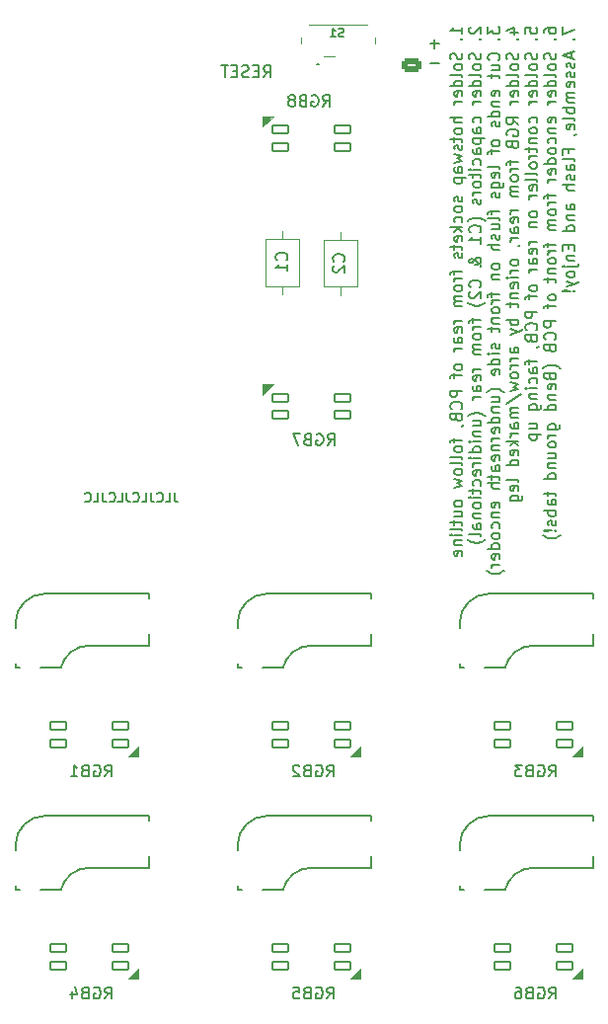
<source format=gbo>
%TF.GenerationSoftware,KiCad,Pcbnew,(6.0.4)*%
%TF.CreationDate,2022-08-26T14:06:06+02:00*%
%TF.ProjectId,Little Big Scroll 6 - PCB,4c697474-6c65-4204-9269-67205363726f,v1.1*%
%TF.SameCoordinates,Original*%
%TF.FileFunction,Legend,Bot*%
%TF.FilePolarity,Positive*%
%FSLAX46Y46*%
G04 Gerber Fmt 4.6, Leading zero omitted, Abs format (unit mm)*
G04 Created by KiCad (PCBNEW (6.0.4)) date 2022-08-26 14:06:06*
%MOMM*%
%LPD*%
G01*
G04 APERTURE LIST*
G04 Aperture macros list*
%AMRoundRect*
0 Rectangle with rounded corners*
0 $1 Rounding radius*
0 $2 $3 $4 $5 $6 $7 $8 $9 X,Y pos of 4 corners*
0 Add a 4 corners polygon primitive as box body*
4,1,4,$2,$3,$4,$5,$6,$7,$8,$9,$2,$3,0*
0 Add four circle primitives for the rounded corners*
1,1,$1+$1,$2,$3*
1,1,$1+$1,$4,$5*
1,1,$1+$1,$6,$7*
1,1,$1+$1,$8,$9*
0 Add four rect primitives between the rounded corners*
20,1,$1+$1,$2,$3,$4,$5,0*
20,1,$1+$1,$4,$5,$6,$7,0*
20,1,$1+$1,$6,$7,$8,$9,0*
20,1,$1+$1,$8,$9,$2,$3,0*%
G04 Aperture macros list end*
%ADD10C,0.150000*%
%ADD11C,0.100000*%
%ADD12C,0.120000*%
%ADD13C,0.200000*%
%ADD14R,1.752600X1.752600*%
%ADD15C,1.752600*%
%ADD16C,3.000000*%
%ADD17C,1.701800*%
%ADD18C,3.987800*%
%ADD19R,2.550000X2.500000*%
%ADD20R,2.000000X2.000000*%
%ADD21C,2.000000*%
%ADD22O,1.400000X2.600000*%
%ADD23RoundRect,0.082000X-0.668000X0.328000X-0.668000X-0.328000X0.668000X-0.328000X0.668000X0.328000X0*%
%ADD24RoundRect,0.082000X0.668000X-0.328000X0.668000X0.328000X-0.668000X0.328000X-0.668000X-0.328000X0*%
%ADD25C,3.700000*%
%ADD26R,1.700000X1.700000*%
%ADD27O,1.700000X1.700000*%
%ADD28RoundRect,0.250000X0.625000X-0.350000X0.625000X0.350000X-0.625000X0.350000X-0.625000X-0.350000X0*%
%ADD29O,1.750000X1.200000*%
%ADD30C,1.600000*%
%ADD31O,1.600000X1.600000*%
%ADD32C,0.850000*%
%ADD33R,0.800000X1.200000*%
%ADD34R,1.400000X0.800000*%
%ADD35R,1.500000X0.800000*%
G04 APERTURE END LIST*
D10*
X106162380Y-51892380D02*
X106495714Y-51416190D01*
X106733809Y-51892380D02*
X106733809Y-50892380D01*
X106352857Y-50892380D01*
X106257619Y-50940000D01*
X106210000Y-50987619D01*
X106162380Y-51082857D01*
X106162380Y-51225714D01*
X106210000Y-51320952D01*
X106257619Y-51368571D01*
X106352857Y-51416190D01*
X106733809Y-51416190D01*
X105733809Y-51368571D02*
X105400476Y-51368571D01*
X105257619Y-51892380D02*
X105733809Y-51892380D01*
X105733809Y-50892380D01*
X105257619Y-50892380D01*
X104876666Y-51844761D02*
X104733809Y-51892380D01*
X104495714Y-51892380D01*
X104400476Y-51844761D01*
X104352857Y-51797142D01*
X104305238Y-51701904D01*
X104305238Y-51606666D01*
X104352857Y-51511428D01*
X104400476Y-51463809D01*
X104495714Y-51416190D01*
X104686190Y-51368571D01*
X104781428Y-51320952D01*
X104829047Y-51273333D01*
X104876666Y-51178095D01*
X104876666Y-51082857D01*
X104829047Y-50987619D01*
X104781428Y-50940000D01*
X104686190Y-50892380D01*
X104448095Y-50892380D01*
X104305238Y-50940000D01*
X103876666Y-51368571D02*
X103543333Y-51368571D01*
X103400476Y-51892380D02*
X103876666Y-51892380D01*
X103876666Y-50892380D01*
X103400476Y-50892380D01*
X103114761Y-50892380D02*
X102543333Y-50892380D01*
X102829047Y-51892380D02*
X102829047Y-50892380D01*
X121200952Y-49036428D02*
X120439047Y-49036428D01*
X120820000Y-49417380D02*
X120820000Y-48655476D01*
X121200952Y-50646428D02*
X120439047Y-50646428D01*
X123192380Y-48189404D02*
X123192380Y-47617976D01*
X123192380Y-47903690D02*
X122192380Y-47903690D01*
X122335238Y-47808452D01*
X122430476Y-47713214D01*
X122478095Y-47617976D01*
X123097142Y-48617976D02*
X123144761Y-48665595D01*
X123192380Y-48617976D01*
X123144761Y-48570357D01*
X123097142Y-48617976D01*
X123192380Y-48617976D01*
X123144761Y-49808452D02*
X123192380Y-49951309D01*
X123192380Y-50189404D01*
X123144761Y-50284642D01*
X123097142Y-50332261D01*
X123001904Y-50379880D01*
X122906666Y-50379880D01*
X122811428Y-50332261D01*
X122763809Y-50284642D01*
X122716190Y-50189404D01*
X122668571Y-49998928D01*
X122620952Y-49903690D01*
X122573333Y-49856071D01*
X122478095Y-49808452D01*
X122382857Y-49808452D01*
X122287619Y-49856071D01*
X122240000Y-49903690D01*
X122192380Y-49998928D01*
X122192380Y-50237023D01*
X122240000Y-50379880D01*
X123192380Y-50951309D02*
X123144761Y-50856071D01*
X123097142Y-50808452D01*
X123001904Y-50760833D01*
X122716190Y-50760833D01*
X122620952Y-50808452D01*
X122573333Y-50856071D01*
X122525714Y-50951309D01*
X122525714Y-51094166D01*
X122573333Y-51189404D01*
X122620952Y-51237023D01*
X122716190Y-51284642D01*
X123001904Y-51284642D01*
X123097142Y-51237023D01*
X123144761Y-51189404D01*
X123192380Y-51094166D01*
X123192380Y-50951309D01*
X123192380Y-51856071D02*
X123144761Y-51760833D01*
X123049523Y-51713214D01*
X122192380Y-51713214D01*
X123192380Y-52665595D02*
X122192380Y-52665595D01*
X123144761Y-52665595D02*
X123192380Y-52570357D01*
X123192380Y-52379880D01*
X123144761Y-52284642D01*
X123097142Y-52237023D01*
X123001904Y-52189404D01*
X122716190Y-52189404D01*
X122620952Y-52237023D01*
X122573333Y-52284642D01*
X122525714Y-52379880D01*
X122525714Y-52570357D01*
X122573333Y-52665595D01*
X123144761Y-53522738D02*
X123192380Y-53427500D01*
X123192380Y-53237023D01*
X123144761Y-53141785D01*
X123049523Y-53094166D01*
X122668571Y-53094166D01*
X122573333Y-53141785D01*
X122525714Y-53237023D01*
X122525714Y-53427500D01*
X122573333Y-53522738D01*
X122668571Y-53570357D01*
X122763809Y-53570357D01*
X122859047Y-53094166D01*
X123192380Y-53998928D02*
X122525714Y-53998928D01*
X122716190Y-53998928D02*
X122620952Y-54046547D01*
X122573333Y-54094166D01*
X122525714Y-54189404D01*
X122525714Y-54284642D01*
X123192380Y-55379880D02*
X122192380Y-55379880D01*
X123192380Y-55808452D02*
X122668571Y-55808452D01*
X122573333Y-55760833D01*
X122525714Y-55665595D01*
X122525714Y-55522738D01*
X122573333Y-55427500D01*
X122620952Y-55379880D01*
X123192380Y-56427500D02*
X123144761Y-56332261D01*
X123097142Y-56284642D01*
X123001904Y-56237023D01*
X122716190Y-56237023D01*
X122620952Y-56284642D01*
X122573333Y-56332261D01*
X122525714Y-56427500D01*
X122525714Y-56570357D01*
X122573333Y-56665595D01*
X122620952Y-56713214D01*
X122716190Y-56760833D01*
X123001904Y-56760833D01*
X123097142Y-56713214D01*
X123144761Y-56665595D01*
X123192380Y-56570357D01*
X123192380Y-56427500D01*
X122525714Y-57046547D02*
X122525714Y-57427500D01*
X122192380Y-57189404D02*
X123049523Y-57189404D01*
X123144761Y-57237023D01*
X123192380Y-57332261D01*
X123192380Y-57427500D01*
X123144761Y-57713214D02*
X123192380Y-57808452D01*
X123192380Y-57998928D01*
X123144761Y-58094166D01*
X123049523Y-58141785D01*
X123001904Y-58141785D01*
X122906666Y-58094166D01*
X122859047Y-57998928D01*
X122859047Y-57856071D01*
X122811428Y-57760833D01*
X122716190Y-57713214D01*
X122668571Y-57713214D01*
X122573333Y-57760833D01*
X122525714Y-57856071D01*
X122525714Y-57998928D01*
X122573333Y-58094166D01*
X122525714Y-58475119D02*
X123192380Y-58665595D01*
X122716190Y-58856071D01*
X123192380Y-59046547D01*
X122525714Y-59237023D01*
X123192380Y-60046547D02*
X122668571Y-60046547D01*
X122573333Y-59998928D01*
X122525714Y-59903690D01*
X122525714Y-59713214D01*
X122573333Y-59617976D01*
X123144761Y-60046547D02*
X123192380Y-59951309D01*
X123192380Y-59713214D01*
X123144761Y-59617976D01*
X123049523Y-59570357D01*
X122954285Y-59570357D01*
X122859047Y-59617976D01*
X122811428Y-59713214D01*
X122811428Y-59951309D01*
X122763809Y-60046547D01*
X122525714Y-60522738D02*
X123525714Y-60522738D01*
X122573333Y-60522738D02*
X122525714Y-60617976D01*
X122525714Y-60808452D01*
X122573333Y-60903690D01*
X122620952Y-60951309D01*
X122716190Y-60998928D01*
X123001904Y-60998928D01*
X123097142Y-60951309D01*
X123144761Y-60903690D01*
X123192380Y-60808452D01*
X123192380Y-60617976D01*
X123144761Y-60522738D01*
X123144761Y-62141785D02*
X123192380Y-62237023D01*
X123192380Y-62427500D01*
X123144761Y-62522738D01*
X123049523Y-62570357D01*
X123001904Y-62570357D01*
X122906666Y-62522738D01*
X122859047Y-62427500D01*
X122859047Y-62284642D01*
X122811428Y-62189404D01*
X122716190Y-62141785D01*
X122668571Y-62141785D01*
X122573333Y-62189404D01*
X122525714Y-62284642D01*
X122525714Y-62427500D01*
X122573333Y-62522738D01*
X123192380Y-63141785D02*
X123144761Y-63046547D01*
X123097142Y-62998928D01*
X123001904Y-62951309D01*
X122716190Y-62951309D01*
X122620952Y-62998928D01*
X122573333Y-63046547D01*
X122525714Y-63141785D01*
X122525714Y-63284642D01*
X122573333Y-63379880D01*
X122620952Y-63427500D01*
X122716190Y-63475119D01*
X123001904Y-63475119D01*
X123097142Y-63427500D01*
X123144761Y-63379880D01*
X123192380Y-63284642D01*
X123192380Y-63141785D01*
X123144761Y-64332261D02*
X123192380Y-64237023D01*
X123192380Y-64046547D01*
X123144761Y-63951309D01*
X123097142Y-63903690D01*
X123001904Y-63856071D01*
X122716190Y-63856071D01*
X122620952Y-63903690D01*
X122573333Y-63951309D01*
X122525714Y-64046547D01*
X122525714Y-64237023D01*
X122573333Y-64332261D01*
X123192380Y-64760833D02*
X122192380Y-64760833D01*
X122811428Y-64856071D02*
X123192380Y-65141785D01*
X122525714Y-65141785D02*
X122906666Y-64760833D01*
X123144761Y-65951309D02*
X123192380Y-65856071D01*
X123192380Y-65665595D01*
X123144761Y-65570357D01*
X123049523Y-65522738D01*
X122668571Y-65522738D01*
X122573333Y-65570357D01*
X122525714Y-65665595D01*
X122525714Y-65856071D01*
X122573333Y-65951309D01*
X122668571Y-65998928D01*
X122763809Y-65998928D01*
X122859047Y-65522738D01*
X122525714Y-66284642D02*
X122525714Y-66665595D01*
X122192380Y-66427500D02*
X123049523Y-66427500D01*
X123144761Y-66475119D01*
X123192380Y-66570357D01*
X123192380Y-66665595D01*
X123144761Y-66951309D02*
X123192380Y-67046547D01*
X123192380Y-67237023D01*
X123144761Y-67332261D01*
X123049523Y-67379880D01*
X123001904Y-67379880D01*
X122906666Y-67332261D01*
X122859047Y-67237023D01*
X122859047Y-67094166D01*
X122811428Y-66998928D01*
X122716190Y-66951309D01*
X122668571Y-66951309D01*
X122573333Y-66998928D01*
X122525714Y-67094166D01*
X122525714Y-67237023D01*
X122573333Y-67332261D01*
X122525714Y-68427500D02*
X122525714Y-68808452D01*
X123192380Y-68570357D02*
X122335238Y-68570357D01*
X122240000Y-68617976D01*
X122192380Y-68713214D01*
X122192380Y-68808452D01*
X123192380Y-69141785D02*
X122525714Y-69141785D01*
X122716190Y-69141785D02*
X122620952Y-69189404D01*
X122573333Y-69237023D01*
X122525714Y-69332261D01*
X122525714Y-69427500D01*
X123192380Y-69903690D02*
X123144761Y-69808452D01*
X123097142Y-69760833D01*
X123001904Y-69713214D01*
X122716190Y-69713214D01*
X122620952Y-69760833D01*
X122573333Y-69808452D01*
X122525714Y-69903690D01*
X122525714Y-70046547D01*
X122573333Y-70141785D01*
X122620952Y-70189404D01*
X122716190Y-70237023D01*
X123001904Y-70237023D01*
X123097142Y-70189404D01*
X123144761Y-70141785D01*
X123192380Y-70046547D01*
X123192380Y-69903690D01*
X123192380Y-70665595D02*
X122525714Y-70665595D01*
X122620952Y-70665595D02*
X122573333Y-70713214D01*
X122525714Y-70808452D01*
X122525714Y-70951309D01*
X122573333Y-71046547D01*
X122668571Y-71094166D01*
X123192380Y-71094166D01*
X122668571Y-71094166D02*
X122573333Y-71141785D01*
X122525714Y-71237023D01*
X122525714Y-71379880D01*
X122573333Y-71475119D01*
X122668571Y-71522738D01*
X123192380Y-71522738D01*
X123192380Y-72760833D02*
X122525714Y-72760833D01*
X122716190Y-72760833D02*
X122620952Y-72808452D01*
X122573333Y-72856071D01*
X122525714Y-72951309D01*
X122525714Y-73046547D01*
X123144761Y-73760833D02*
X123192380Y-73665595D01*
X123192380Y-73475119D01*
X123144761Y-73379880D01*
X123049523Y-73332261D01*
X122668571Y-73332261D01*
X122573333Y-73379880D01*
X122525714Y-73475119D01*
X122525714Y-73665595D01*
X122573333Y-73760833D01*
X122668571Y-73808452D01*
X122763809Y-73808452D01*
X122859047Y-73332261D01*
X123192380Y-74665595D02*
X122668571Y-74665595D01*
X122573333Y-74617976D01*
X122525714Y-74522738D01*
X122525714Y-74332261D01*
X122573333Y-74237023D01*
X123144761Y-74665595D02*
X123192380Y-74570357D01*
X123192380Y-74332261D01*
X123144761Y-74237023D01*
X123049523Y-74189404D01*
X122954285Y-74189404D01*
X122859047Y-74237023D01*
X122811428Y-74332261D01*
X122811428Y-74570357D01*
X122763809Y-74665595D01*
X123192380Y-75141785D02*
X122525714Y-75141785D01*
X122716190Y-75141785D02*
X122620952Y-75189404D01*
X122573333Y-75237023D01*
X122525714Y-75332261D01*
X122525714Y-75427500D01*
X123192380Y-76665595D02*
X123144761Y-76570357D01*
X123097142Y-76522738D01*
X123001904Y-76475119D01*
X122716190Y-76475119D01*
X122620952Y-76522738D01*
X122573333Y-76570357D01*
X122525714Y-76665595D01*
X122525714Y-76808452D01*
X122573333Y-76903690D01*
X122620952Y-76951309D01*
X122716190Y-76998928D01*
X123001904Y-76998928D01*
X123097142Y-76951309D01*
X123144761Y-76903690D01*
X123192380Y-76808452D01*
X123192380Y-76665595D01*
X122525714Y-77284642D02*
X122525714Y-77665595D01*
X123192380Y-77427500D02*
X122335238Y-77427500D01*
X122240000Y-77475119D01*
X122192380Y-77570357D01*
X122192380Y-77665595D01*
X123192380Y-78760833D02*
X122192380Y-78760833D01*
X122192380Y-79141785D01*
X122240000Y-79237023D01*
X122287619Y-79284642D01*
X122382857Y-79332261D01*
X122525714Y-79332261D01*
X122620952Y-79284642D01*
X122668571Y-79237023D01*
X122716190Y-79141785D01*
X122716190Y-78760833D01*
X123097142Y-80332261D02*
X123144761Y-80284642D01*
X123192380Y-80141785D01*
X123192380Y-80046547D01*
X123144761Y-79903690D01*
X123049523Y-79808452D01*
X122954285Y-79760833D01*
X122763809Y-79713214D01*
X122620952Y-79713214D01*
X122430476Y-79760833D01*
X122335238Y-79808452D01*
X122240000Y-79903690D01*
X122192380Y-80046547D01*
X122192380Y-80141785D01*
X122240000Y-80284642D01*
X122287619Y-80332261D01*
X122668571Y-81094166D02*
X122716190Y-81237023D01*
X122763809Y-81284642D01*
X122859047Y-81332261D01*
X123001904Y-81332261D01*
X123097142Y-81284642D01*
X123144761Y-81237023D01*
X123192380Y-81141785D01*
X123192380Y-80760833D01*
X122192380Y-80760833D01*
X122192380Y-81094166D01*
X122240000Y-81189404D01*
X122287619Y-81237023D01*
X122382857Y-81284642D01*
X122478095Y-81284642D01*
X122573333Y-81237023D01*
X122620952Y-81189404D01*
X122668571Y-81094166D01*
X122668571Y-80760833D01*
X123144761Y-81808452D02*
X123192380Y-81808452D01*
X123287619Y-81760833D01*
X123335238Y-81713214D01*
X122525714Y-82856071D02*
X122525714Y-83237023D01*
X123192380Y-82998928D02*
X122335238Y-82998928D01*
X122240000Y-83046547D01*
X122192380Y-83141785D01*
X122192380Y-83237023D01*
X123192380Y-83713214D02*
X123144761Y-83617976D01*
X123097142Y-83570357D01*
X123001904Y-83522738D01*
X122716190Y-83522738D01*
X122620952Y-83570357D01*
X122573333Y-83617976D01*
X122525714Y-83713214D01*
X122525714Y-83856071D01*
X122573333Y-83951309D01*
X122620952Y-83998928D01*
X122716190Y-84046547D01*
X123001904Y-84046547D01*
X123097142Y-83998928D01*
X123144761Y-83951309D01*
X123192380Y-83856071D01*
X123192380Y-83713214D01*
X123192380Y-84617976D02*
X123144761Y-84522738D01*
X123049523Y-84475119D01*
X122192380Y-84475119D01*
X123192380Y-85141785D02*
X123144761Y-85046547D01*
X123049523Y-84998928D01*
X122192380Y-84998928D01*
X123192380Y-85665595D02*
X123144761Y-85570357D01*
X123097142Y-85522738D01*
X123001904Y-85475119D01*
X122716190Y-85475119D01*
X122620952Y-85522738D01*
X122573333Y-85570357D01*
X122525714Y-85665595D01*
X122525714Y-85808452D01*
X122573333Y-85903690D01*
X122620952Y-85951309D01*
X122716190Y-85998928D01*
X123001904Y-85998928D01*
X123097142Y-85951309D01*
X123144761Y-85903690D01*
X123192380Y-85808452D01*
X123192380Y-85665595D01*
X122525714Y-86332261D02*
X123192380Y-86522738D01*
X122716190Y-86713214D01*
X123192380Y-86903690D01*
X122525714Y-87094166D01*
X123192380Y-88379880D02*
X123144761Y-88284642D01*
X123097142Y-88237023D01*
X123001904Y-88189404D01*
X122716190Y-88189404D01*
X122620952Y-88237023D01*
X122573333Y-88284642D01*
X122525714Y-88379880D01*
X122525714Y-88522738D01*
X122573333Y-88617976D01*
X122620952Y-88665595D01*
X122716190Y-88713214D01*
X123001904Y-88713214D01*
X123097142Y-88665595D01*
X123144761Y-88617976D01*
X123192380Y-88522738D01*
X123192380Y-88379880D01*
X122525714Y-89570357D02*
X123192380Y-89570357D01*
X122525714Y-89141785D02*
X123049523Y-89141785D01*
X123144761Y-89189404D01*
X123192380Y-89284642D01*
X123192380Y-89427499D01*
X123144761Y-89522738D01*
X123097142Y-89570357D01*
X122525714Y-89903690D02*
X122525714Y-90284642D01*
X122192380Y-90046547D02*
X123049523Y-90046547D01*
X123144761Y-90094166D01*
X123192380Y-90189404D01*
X123192380Y-90284642D01*
X123192380Y-90760833D02*
X123144761Y-90665595D01*
X123049523Y-90617976D01*
X122192380Y-90617976D01*
X123192380Y-91141785D02*
X122525714Y-91141785D01*
X122192380Y-91141785D02*
X122240000Y-91094166D01*
X122287619Y-91141785D01*
X122240000Y-91189404D01*
X122192380Y-91141785D01*
X122287619Y-91141785D01*
X122525714Y-91617976D02*
X123192380Y-91617976D01*
X122620952Y-91617976D02*
X122573333Y-91665595D01*
X122525714Y-91760833D01*
X122525714Y-91903690D01*
X122573333Y-91998928D01*
X122668571Y-92046547D01*
X123192380Y-92046547D01*
X123144761Y-92903690D02*
X123192380Y-92808452D01*
X123192380Y-92617976D01*
X123144761Y-92522738D01*
X123049523Y-92475119D01*
X122668571Y-92475119D01*
X122573333Y-92522738D01*
X122525714Y-92617976D01*
X122525714Y-92808452D01*
X122573333Y-92903690D01*
X122668571Y-92951309D01*
X122763809Y-92951309D01*
X122859047Y-92475119D01*
X123897619Y-47617976D02*
X123850000Y-47665595D01*
X123802380Y-47760833D01*
X123802380Y-47998928D01*
X123850000Y-48094166D01*
X123897619Y-48141785D01*
X123992857Y-48189404D01*
X124088095Y-48189404D01*
X124230952Y-48141785D01*
X124802380Y-47570357D01*
X124802380Y-48189404D01*
X124707142Y-48617976D02*
X124754761Y-48665595D01*
X124802380Y-48617976D01*
X124754761Y-48570357D01*
X124707142Y-48617976D01*
X124802380Y-48617976D01*
X124754761Y-49808452D02*
X124802380Y-49951309D01*
X124802380Y-50189404D01*
X124754761Y-50284642D01*
X124707142Y-50332261D01*
X124611904Y-50379880D01*
X124516666Y-50379880D01*
X124421428Y-50332261D01*
X124373809Y-50284642D01*
X124326190Y-50189404D01*
X124278571Y-49998928D01*
X124230952Y-49903690D01*
X124183333Y-49856071D01*
X124088095Y-49808452D01*
X123992857Y-49808452D01*
X123897619Y-49856071D01*
X123850000Y-49903690D01*
X123802380Y-49998928D01*
X123802380Y-50237023D01*
X123850000Y-50379880D01*
X124802380Y-50951309D02*
X124754761Y-50856071D01*
X124707142Y-50808452D01*
X124611904Y-50760833D01*
X124326190Y-50760833D01*
X124230952Y-50808452D01*
X124183333Y-50856071D01*
X124135714Y-50951309D01*
X124135714Y-51094166D01*
X124183333Y-51189404D01*
X124230952Y-51237023D01*
X124326190Y-51284642D01*
X124611904Y-51284642D01*
X124707142Y-51237023D01*
X124754761Y-51189404D01*
X124802380Y-51094166D01*
X124802380Y-50951309D01*
X124802380Y-51856071D02*
X124754761Y-51760833D01*
X124659523Y-51713214D01*
X123802380Y-51713214D01*
X124802380Y-52665595D02*
X123802380Y-52665595D01*
X124754761Y-52665595D02*
X124802380Y-52570357D01*
X124802380Y-52379880D01*
X124754761Y-52284642D01*
X124707142Y-52237023D01*
X124611904Y-52189404D01*
X124326190Y-52189404D01*
X124230952Y-52237023D01*
X124183333Y-52284642D01*
X124135714Y-52379880D01*
X124135714Y-52570357D01*
X124183333Y-52665595D01*
X124754761Y-53522738D02*
X124802380Y-53427500D01*
X124802380Y-53237023D01*
X124754761Y-53141785D01*
X124659523Y-53094166D01*
X124278571Y-53094166D01*
X124183333Y-53141785D01*
X124135714Y-53237023D01*
X124135714Y-53427500D01*
X124183333Y-53522738D01*
X124278571Y-53570357D01*
X124373809Y-53570357D01*
X124469047Y-53094166D01*
X124802380Y-53998928D02*
X124135714Y-53998928D01*
X124326190Y-53998928D02*
X124230952Y-54046547D01*
X124183333Y-54094166D01*
X124135714Y-54189404D01*
X124135714Y-54284642D01*
X124754761Y-55808452D02*
X124802380Y-55713214D01*
X124802380Y-55522738D01*
X124754761Y-55427500D01*
X124707142Y-55379880D01*
X124611904Y-55332261D01*
X124326190Y-55332261D01*
X124230952Y-55379880D01*
X124183333Y-55427500D01*
X124135714Y-55522738D01*
X124135714Y-55713214D01*
X124183333Y-55808452D01*
X124802380Y-56665595D02*
X124278571Y-56665595D01*
X124183333Y-56617976D01*
X124135714Y-56522738D01*
X124135714Y-56332261D01*
X124183333Y-56237023D01*
X124754761Y-56665595D02*
X124802380Y-56570357D01*
X124802380Y-56332261D01*
X124754761Y-56237023D01*
X124659523Y-56189404D01*
X124564285Y-56189404D01*
X124469047Y-56237023D01*
X124421428Y-56332261D01*
X124421428Y-56570357D01*
X124373809Y-56665595D01*
X124135714Y-57141785D02*
X125135714Y-57141785D01*
X124183333Y-57141785D02*
X124135714Y-57237023D01*
X124135714Y-57427500D01*
X124183333Y-57522738D01*
X124230952Y-57570357D01*
X124326190Y-57617976D01*
X124611904Y-57617976D01*
X124707142Y-57570357D01*
X124754761Y-57522738D01*
X124802380Y-57427500D01*
X124802380Y-57237023D01*
X124754761Y-57141785D01*
X124802380Y-58475119D02*
X124278571Y-58475119D01*
X124183333Y-58427500D01*
X124135714Y-58332261D01*
X124135714Y-58141785D01*
X124183333Y-58046547D01*
X124754761Y-58475119D02*
X124802380Y-58379880D01*
X124802380Y-58141785D01*
X124754761Y-58046547D01*
X124659523Y-57998928D01*
X124564285Y-57998928D01*
X124469047Y-58046547D01*
X124421428Y-58141785D01*
X124421428Y-58379880D01*
X124373809Y-58475119D01*
X124754761Y-59379880D02*
X124802380Y-59284642D01*
X124802380Y-59094166D01*
X124754761Y-58998928D01*
X124707142Y-58951309D01*
X124611904Y-58903690D01*
X124326190Y-58903690D01*
X124230952Y-58951309D01*
X124183333Y-58998928D01*
X124135714Y-59094166D01*
X124135714Y-59284642D01*
X124183333Y-59379880D01*
X124802380Y-59808452D02*
X124135714Y-59808452D01*
X123802380Y-59808452D02*
X123850000Y-59760833D01*
X123897619Y-59808452D01*
X123850000Y-59856071D01*
X123802380Y-59808452D01*
X123897619Y-59808452D01*
X124135714Y-60141785D02*
X124135714Y-60522738D01*
X123802380Y-60284642D02*
X124659523Y-60284642D01*
X124754761Y-60332261D01*
X124802380Y-60427500D01*
X124802380Y-60522738D01*
X124802380Y-60998928D02*
X124754761Y-60903690D01*
X124707142Y-60856071D01*
X124611904Y-60808452D01*
X124326190Y-60808452D01*
X124230952Y-60856071D01*
X124183333Y-60903690D01*
X124135714Y-60998928D01*
X124135714Y-61141785D01*
X124183333Y-61237023D01*
X124230952Y-61284642D01*
X124326190Y-61332261D01*
X124611904Y-61332261D01*
X124707142Y-61284642D01*
X124754761Y-61237023D01*
X124802380Y-61141785D01*
X124802380Y-60998928D01*
X124802380Y-61760833D02*
X124135714Y-61760833D01*
X124326190Y-61760833D02*
X124230952Y-61808452D01*
X124183333Y-61856071D01*
X124135714Y-61951309D01*
X124135714Y-62046547D01*
X124754761Y-62332261D02*
X124802380Y-62427500D01*
X124802380Y-62617976D01*
X124754761Y-62713214D01*
X124659523Y-62760833D01*
X124611904Y-62760833D01*
X124516666Y-62713214D01*
X124469047Y-62617976D01*
X124469047Y-62475119D01*
X124421428Y-62379880D01*
X124326190Y-62332261D01*
X124278571Y-62332261D01*
X124183333Y-62379880D01*
X124135714Y-62475119D01*
X124135714Y-62617976D01*
X124183333Y-62713214D01*
X125183333Y-64237023D02*
X125135714Y-64189404D01*
X124992857Y-64094166D01*
X124897619Y-64046547D01*
X124754761Y-63998928D01*
X124516666Y-63951309D01*
X124326190Y-63951309D01*
X124088095Y-63998928D01*
X123945238Y-64046547D01*
X123850000Y-64094166D01*
X123707142Y-64189404D01*
X123659523Y-64237023D01*
X124707142Y-65189404D02*
X124754761Y-65141785D01*
X124802380Y-64998928D01*
X124802380Y-64903690D01*
X124754761Y-64760833D01*
X124659523Y-64665595D01*
X124564285Y-64617976D01*
X124373809Y-64570357D01*
X124230952Y-64570357D01*
X124040476Y-64617976D01*
X123945238Y-64665595D01*
X123850000Y-64760833D01*
X123802380Y-64903690D01*
X123802380Y-64998928D01*
X123850000Y-65141785D01*
X123897619Y-65189404D01*
X124802380Y-66141785D02*
X124802380Y-65570357D01*
X124802380Y-65856071D02*
X123802380Y-65856071D01*
X123945238Y-65760833D01*
X124040476Y-65665595D01*
X124088095Y-65570357D01*
X124802380Y-68141785D02*
X124802380Y-68094166D01*
X124754761Y-67998928D01*
X124611904Y-67856071D01*
X124326190Y-67617976D01*
X124183333Y-67522738D01*
X124040476Y-67475119D01*
X123945238Y-67475119D01*
X123850000Y-67522738D01*
X123802380Y-67617976D01*
X123802380Y-67665595D01*
X123850000Y-67760833D01*
X123945238Y-67808452D01*
X123992857Y-67808452D01*
X124088095Y-67760833D01*
X124135714Y-67713214D01*
X124326190Y-67427500D01*
X124373809Y-67379880D01*
X124469047Y-67332261D01*
X124611904Y-67332261D01*
X124707142Y-67379880D01*
X124754761Y-67427500D01*
X124802380Y-67522738D01*
X124802380Y-67665595D01*
X124754761Y-67760833D01*
X124707142Y-67808452D01*
X124516666Y-67951309D01*
X124373809Y-67998928D01*
X124278571Y-67998928D01*
X124707142Y-69903690D02*
X124754761Y-69856071D01*
X124802380Y-69713214D01*
X124802380Y-69617976D01*
X124754761Y-69475119D01*
X124659523Y-69379880D01*
X124564285Y-69332261D01*
X124373809Y-69284642D01*
X124230952Y-69284642D01*
X124040476Y-69332261D01*
X123945238Y-69379880D01*
X123850000Y-69475119D01*
X123802380Y-69617976D01*
X123802380Y-69713214D01*
X123850000Y-69856071D01*
X123897619Y-69903690D01*
X123897619Y-70284642D02*
X123850000Y-70332261D01*
X123802380Y-70427500D01*
X123802380Y-70665595D01*
X123850000Y-70760833D01*
X123897619Y-70808452D01*
X123992857Y-70856071D01*
X124088095Y-70856071D01*
X124230952Y-70808452D01*
X124802380Y-70237023D01*
X124802380Y-70856071D01*
X125183333Y-71189404D02*
X125135714Y-71237023D01*
X124992857Y-71332261D01*
X124897619Y-71379880D01*
X124754761Y-71427500D01*
X124516666Y-71475119D01*
X124326190Y-71475119D01*
X124088095Y-71427500D01*
X123945238Y-71379880D01*
X123850000Y-71332261D01*
X123707142Y-71237023D01*
X123659523Y-71189404D01*
X124135714Y-72570357D02*
X124135714Y-72951309D01*
X124802380Y-72713214D02*
X123945238Y-72713214D01*
X123850000Y-72760833D01*
X123802380Y-72856071D01*
X123802380Y-72951309D01*
X124802380Y-73284642D02*
X124135714Y-73284642D01*
X124326190Y-73284642D02*
X124230952Y-73332261D01*
X124183333Y-73379880D01*
X124135714Y-73475119D01*
X124135714Y-73570357D01*
X124802380Y-74046547D02*
X124754761Y-73951309D01*
X124707142Y-73903690D01*
X124611904Y-73856071D01*
X124326190Y-73856071D01*
X124230952Y-73903690D01*
X124183333Y-73951309D01*
X124135714Y-74046547D01*
X124135714Y-74189404D01*
X124183333Y-74284642D01*
X124230952Y-74332261D01*
X124326190Y-74379880D01*
X124611904Y-74379880D01*
X124707142Y-74332261D01*
X124754761Y-74284642D01*
X124802380Y-74189404D01*
X124802380Y-74046547D01*
X124802380Y-74808452D02*
X124135714Y-74808452D01*
X124230952Y-74808452D02*
X124183333Y-74856071D01*
X124135714Y-74951309D01*
X124135714Y-75094166D01*
X124183333Y-75189404D01*
X124278571Y-75237023D01*
X124802380Y-75237023D01*
X124278571Y-75237023D02*
X124183333Y-75284642D01*
X124135714Y-75379880D01*
X124135714Y-75522738D01*
X124183333Y-75617976D01*
X124278571Y-75665595D01*
X124802380Y-75665595D01*
X124802380Y-76903690D02*
X124135714Y-76903690D01*
X124326190Y-76903690D02*
X124230952Y-76951309D01*
X124183333Y-76998928D01*
X124135714Y-77094166D01*
X124135714Y-77189404D01*
X124754761Y-77903690D02*
X124802380Y-77808452D01*
X124802380Y-77617976D01*
X124754761Y-77522738D01*
X124659523Y-77475119D01*
X124278571Y-77475119D01*
X124183333Y-77522738D01*
X124135714Y-77617976D01*
X124135714Y-77808452D01*
X124183333Y-77903690D01*
X124278571Y-77951309D01*
X124373809Y-77951309D01*
X124469047Y-77475119D01*
X124802380Y-78808452D02*
X124278571Y-78808452D01*
X124183333Y-78760833D01*
X124135714Y-78665595D01*
X124135714Y-78475119D01*
X124183333Y-78379880D01*
X124754761Y-78808452D02*
X124802380Y-78713214D01*
X124802380Y-78475119D01*
X124754761Y-78379880D01*
X124659523Y-78332261D01*
X124564285Y-78332261D01*
X124469047Y-78379880D01*
X124421428Y-78475119D01*
X124421428Y-78713214D01*
X124373809Y-78808452D01*
X124802380Y-79284642D02*
X124135714Y-79284642D01*
X124326190Y-79284642D02*
X124230952Y-79332261D01*
X124183333Y-79379880D01*
X124135714Y-79475119D01*
X124135714Y-79570357D01*
X125183333Y-80951309D02*
X125135714Y-80903690D01*
X124992857Y-80808452D01*
X124897619Y-80760833D01*
X124754761Y-80713214D01*
X124516666Y-80665595D01*
X124326190Y-80665595D01*
X124088095Y-80713214D01*
X123945238Y-80760833D01*
X123850000Y-80808452D01*
X123707142Y-80903690D01*
X123659523Y-80951309D01*
X124135714Y-81760833D02*
X124802380Y-81760833D01*
X124135714Y-81332261D02*
X124659523Y-81332261D01*
X124754761Y-81379880D01*
X124802380Y-81475119D01*
X124802380Y-81617976D01*
X124754761Y-81713214D01*
X124707142Y-81760833D01*
X124135714Y-82237023D02*
X124802380Y-82237023D01*
X124230952Y-82237023D02*
X124183333Y-82284642D01*
X124135714Y-82379880D01*
X124135714Y-82522738D01*
X124183333Y-82617976D01*
X124278571Y-82665595D01*
X124802380Y-82665595D01*
X124802380Y-83141785D02*
X124135714Y-83141785D01*
X123802380Y-83141785D02*
X123850000Y-83094166D01*
X123897619Y-83141785D01*
X123850000Y-83189404D01*
X123802380Y-83141785D01*
X123897619Y-83141785D01*
X124802380Y-84046547D02*
X123802380Y-84046547D01*
X124754761Y-84046547D02*
X124802380Y-83951309D01*
X124802380Y-83760833D01*
X124754761Y-83665595D01*
X124707142Y-83617976D01*
X124611904Y-83570357D01*
X124326190Y-83570357D01*
X124230952Y-83617976D01*
X124183333Y-83665595D01*
X124135714Y-83760833D01*
X124135714Y-83951309D01*
X124183333Y-84046547D01*
X124802380Y-84522738D02*
X124135714Y-84522738D01*
X123802380Y-84522738D02*
X123850000Y-84475119D01*
X123897619Y-84522738D01*
X123850000Y-84570357D01*
X123802380Y-84522738D01*
X123897619Y-84522738D01*
X124802380Y-84998928D02*
X124135714Y-84998928D01*
X124326190Y-84998928D02*
X124230952Y-85046547D01*
X124183333Y-85094166D01*
X124135714Y-85189404D01*
X124135714Y-85284642D01*
X124754761Y-85998928D02*
X124802380Y-85903690D01*
X124802380Y-85713214D01*
X124754761Y-85617976D01*
X124659523Y-85570357D01*
X124278571Y-85570357D01*
X124183333Y-85617976D01*
X124135714Y-85713214D01*
X124135714Y-85903690D01*
X124183333Y-85998928D01*
X124278571Y-86046547D01*
X124373809Y-86046547D01*
X124469047Y-85570357D01*
X124754761Y-86903690D02*
X124802380Y-86808452D01*
X124802380Y-86617976D01*
X124754761Y-86522738D01*
X124707142Y-86475119D01*
X124611904Y-86427500D01*
X124326190Y-86427500D01*
X124230952Y-86475119D01*
X124183333Y-86522738D01*
X124135714Y-86617976D01*
X124135714Y-86808452D01*
X124183333Y-86903690D01*
X124135714Y-87189404D02*
X124135714Y-87570357D01*
X123802380Y-87332261D02*
X124659523Y-87332261D01*
X124754761Y-87379880D01*
X124802380Y-87475119D01*
X124802380Y-87570357D01*
X124802380Y-87903690D02*
X124135714Y-87903690D01*
X123802380Y-87903690D02*
X123850000Y-87856071D01*
X123897619Y-87903690D01*
X123850000Y-87951309D01*
X123802380Y-87903690D01*
X123897619Y-87903690D01*
X124802380Y-88522738D02*
X124754761Y-88427500D01*
X124707142Y-88379880D01*
X124611904Y-88332261D01*
X124326190Y-88332261D01*
X124230952Y-88379880D01*
X124183333Y-88427500D01*
X124135714Y-88522738D01*
X124135714Y-88665595D01*
X124183333Y-88760833D01*
X124230952Y-88808452D01*
X124326190Y-88856071D01*
X124611904Y-88856071D01*
X124707142Y-88808452D01*
X124754761Y-88760833D01*
X124802380Y-88665595D01*
X124802380Y-88522738D01*
X124135714Y-89284642D02*
X124802380Y-89284642D01*
X124230952Y-89284642D02*
X124183333Y-89332261D01*
X124135714Y-89427500D01*
X124135714Y-89570357D01*
X124183333Y-89665595D01*
X124278571Y-89713214D01*
X124802380Y-89713214D01*
X124802380Y-90617976D02*
X124278571Y-90617976D01*
X124183333Y-90570357D01*
X124135714Y-90475119D01*
X124135714Y-90284642D01*
X124183333Y-90189404D01*
X124754761Y-90617976D02*
X124802380Y-90522738D01*
X124802380Y-90284642D01*
X124754761Y-90189404D01*
X124659523Y-90141785D01*
X124564285Y-90141785D01*
X124469047Y-90189404D01*
X124421428Y-90284642D01*
X124421428Y-90522738D01*
X124373809Y-90617976D01*
X124802380Y-91237023D02*
X124754761Y-91141785D01*
X124659523Y-91094166D01*
X123802380Y-91094166D01*
X125183333Y-91522738D02*
X125135714Y-91570357D01*
X124992857Y-91665595D01*
X124897619Y-91713214D01*
X124754761Y-91760833D01*
X124516666Y-91808452D01*
X124326190Y-91808452D01*
X124088095Y-91760833D01*
X123945238Y-91713214D01*
X123850000Y-91665595D01*
X123707142Y-91570357D01*
X123659523Y-91522738D01*
X125412380Y-47570357D02*
X125412380Y-48189404D01*
X125793333Y-47856071D01*
X125793333Y-47998928D01*
X125840952Y-48094166D01*
X125888571Y-48141785D01*
X125983809Y-48189404D01*
X126221904Y-48189404D01*
X126317142Y-48141785D01*
X126364761Y-48094166D01*
X126412380Y-47998928D01*
X126412380Y-47713214D01*
X126364761Y-47617976D01*
X126317142Y-47570357D01*
X126317142Y-48617976D02*
X126364761Y-48665595D01*
X126412380Y-48617976D01*
X126364761Y-48570357D01*
X126317142Y-48617976D01*
X126412380Y-48617976D01*
X126317142Y-50427500D02*
X126364761Y-50379880D01*
X126412380Y-50237023D01*
X126412380Y-50141785D01*
X126364761Y-49998928D01*
X126269523Y-49903690D01*
X126174285Y-49856071D01*
X125983809Y-49808452D01*
X125840952Y-49808452D01*
X125650476Y-49856071D01*
X125555238Y-49903690D01*
X125460000Y-49998928D01*
X125412380Y-50141785D01*
X125412380Y-50237023D01*
X125460000Y-50379880D01*
X125507619Y-50427500D01*
X125745714Y-51284642D02*
X126412380Y-51284642D01*
X125745714Y-50856071D02*
X126269523Y-50856071D01*
X126364761Y-50903690D01*
X126412380Y-50998928D01*
X126412380Y-51141785D01*
X126364761Y-51237023D01*
X126317142Y-51284642D01*
X125745714Y-51617976D02*
X125745714Y-51998928D01*
X125412380Y-51760833D02*
X126269523Y-51760833D01*
X126364761Y-51808452D01*
X126412380Y-51903690D01*
X126412380Y-51998928D01*
X126364761Y-53475119D02*
X126412380Y-53379880D01*
X126412380Y-53189404D01*
X126364761Y-53094166D01*
X126269523Y-53046547D01*
X125888571Y-53046547D01*
X125793333Y-53094166D01*
X125745714Y-53189404D01*
X125745714Y-53379880D01*
X125793333Y-53475119D01*
X125888571Y-53522738D01*
X125983809Y-53522738D01*
X126079047Y-53046547D01*
X125745714Y-53951309D02*
X126412380Y-53951309D01*
X125840952Y-53951309D02*
X125793333Y-53998928D01*
X125745714Y-54094166D01*
X125745714Y-54237023D01*
X125793333Y-54332261D01*
X125888571Y-54379880D01*
X126412380Y-54379880D01*
X126412380Y-55284642D02*
X125412380Y-55284642D01*
X126364761Y-55284642D02*
X126412380Y-55189404D01*
X126412380Y-54998928D01*
X126364761Y-54903690D01*
X126317142Y-54856071D01*
X126221904Y-54808452D01*
X125936190Y-54808452D01*
X125840952Y-54856071D01*
X125793333Y-54903690D01*
X125745714Y-54998928D01*
X125745714Y-55189404D01*
X125793333Y-55284642D01*
X126364761Y-55713214D02*
X126412380Y-55808452D01*
X126412380Y-55998928D01*
X126364761Y-56094166D01*
X126269523Y-56141785D01*
X126221904Y-56141785D01*
X126126666Y-56094166D01*
X126079047Y-55998928D01*
X126079047Y-55856071D01*
X126031428Y-55760833D01*
X125936190Y-55713214D01*
X125888571Y-55713214D01*
X125793333Y-55760833D01*
X125745714Y-55856071D01*
X125745714Y-55998928D01*
X125793333Y-56094166D01*
X126412380Y-57475119D02*
X126364761Y-57379880D01*
X126317142Y-57332261D01*
X126221904Y-57284642D01*
X125936190Y-57284642D01*
X125840952Y-57332261D01*
X125793333Y-57379880D01*
X125745714Y-57475119D01*
X125745714Y-57617976D01*
X125793333Y-57713214D01*
X125840952Y-57760833D01*
X125936190Y-57808452D01*
X126221904Y-57808452D01*
X126317142Y-57760833D01*
X126364761Y-57713214D01*
X126412380Y-57617976D01*
X126412380Y-57475119D01*
X125745714Y-58094166D02*
X125745714Y-58475119D01*
X126412380Y-58237023D02*
X125555238Y-58237023D01*
X125460000Y-58284642D01*
X125412380Y-58379880D01*
X125412380Y-58475119D01*
X126412380Y-59713214D02*
X126364761Y-59617976D01*
X126269523Y-59570357D01*
X125412380Y-59570357D01*
X126364761Y-60475119D02*
X126412380Y-60379880D01*
X126412380Y-60189404D01*
X126364761Y-60094166D01*
X126269523Y-60046547D01*
X125888571Y-60046547D01*
X125793333Y-60094166D01*
X125745714Y-60189404D01*
X125745714Y-60379880D01*
X125793333Y-60475119D01*
X125888571Y-60522738D01*
X125983809Y-60522738D01*
X126079047Y-60046547D01*
X125745714Y-61379880D02*
X126555238Y-61379880D01*
X126650476Y-61332261D01*
X126698095Y-61284642D01*
X126745714Y-61189404D01*
X126745714Y-61046547D01*
X126698095Y-60951309D01*
X126364761Y-61379880D02*
X126412380Y-61284642D01*
X126412380Y-61094166D01*
X126364761Y-60998928D01*
X126317142Y-60951309D01*
X126221904Y-60903690D01*
X125936190Y-60903690D01*
X125840952Y-60951309D01*
X125793333Y-60998928D01*
X125745714Y-61094166D01*
X125745714Y-61284642D01*
X125793333Y-61379880D01*
X126364761Y-61808452D02*
X126412380Y-61903690D01*
X126412380Y-62094166D01*
X126364761Y-62189404D01*
X126269523Y-62237023D01*
X126221904Y-62237023D01*
X126126666Y-62189404D01*
X126079047Y-62094166D01*
X126079047Y-61951309D01*
X126031428Y-61856071D01*
X125936190Y-61808452D01*
X125888571Y-61808452D01*
X125793333Y-61856071D01*
X125745714Y-61951309D01*
X125745714Y-62094166D01*
X125793333Y-62189404D01*
X125745714Y-63284642D02*
X125745714Y-63665595D01*
X126412380Y-63427500D02*
X125555238Y-63427500D01*
X125460000Y-63475119D01*
X125412380Y-63570357D01*
X125412380Y-63665595D01*
X126412380Y-64141785D02*
X126364761Y-64046547D01*
X126269523Y-63998928D01*
X125412380Y-63998928D01*
X125745714Y-64951309D02*
X126412380Y-64951309D01*
X125745714Y-64522738D02*
X126269523Y-64522738D01*
X126364761Y-64570357D01*
X126412380Y-64665595D01*
X126412380Y-64808452D01*
X126364761Y-64903690D01*
X126317142Y-64951309D01*
X126364761Y-65379880D02*
X126412380Y-65475119D01*
X126412380Y-65665595D01*
X126364761Y-65760833D01*
X126269523Y-65808452D01*
X126221904Y-65808452D01*
X126126666Y-65760833D01*
X126079047Y-65665595D01*
X126079047Y-65522738D01*
X126031428Y-65427500D01*
X125936190Y-65379880D01*
X125888571Y-65379880D01*
X125793333Y-65427500D01*
X125745714Y-65522738D01*
X125745714Y-65665595D01*
X125793333Y-65760833D01*
X126412380Y-66237023D02*
X125412380Y-66237023D01*
X126412380Y-66665595D02*
X125888571Y-66665595D01*
X125793333Y-66617976D01*
X125745714Y-66522738D01*
X125745714Y-66379880D01*
X125793333Y-66284642D01*
X125840952Y-66237023D01*
X126412380Y-68046547D02*
X126364761Y-67951309D01*
X126317142Y-67903690D01*
X126221904Y-67856071D01*
X125936190Y-67856071D01*
X125840952Y-67903690D01*
X125793333Y-67951309D01*
X125745714Y-68046547D01*
X125745714Y-68189404D01*
X125793333Y-68284642D01*
X125840952Y-68332261D01*
X125936190Y-68379880D01*
X126221904Y-68379880D01*
X126317142Y-68332261D01*
X126364761Y-68284642D01*
X126412380Y-68189404D01*
X126412380Y-68046547D01*
X125745714Y-68808452D02*
X126412380Y-68808452D01*
X125840952Y-68808452D02*
X125793333Y-68856071D01*
X125745714Y-68951309D01*
X125745714Y-69094166D01*
X125793333Y-69189404D01*
X125888571Y-69237023D01*
X126412380Y-69237023D01*
X125745714Y-70332261D02*
X125745714Y-70713214D01*
X126412380Y-70475119D02*
X125555238Y-70475119D01*
X125460000Y-70522738D01*
X125412380Y-70617976D01*
X125412380Y-70713214D01*
X126412380Y-71046547D02*
X125745714Y-71046547D01*
X125936190Y-71046547D02*
X125840952Y-71094166D01*
X125793333Y-71141785D01*
X125745714Y-71237023D01*
X125745714Y-71332261D01*
X126412380Y-71808452D02*
X126364761Y-71713214D01*
X126317142Y-71665595D01*
X126221904Y-71617976D01*
X125936190Y-71617976D01*
X125840952Y-71665595D01*
X125793333Y-71713214D01*
X125745714Y-71808452D01*
X125745714Y-71951309D01*
X125793333Y-72046547D01*
X125840952Y-72094166D01*
X125936190Y-72141785D01*
X126221904Y-72141785D01*
X126317142Y-72094166D01*
X126364761Y-72046547D01*
X126412380Y-71951309D01*
X126412380Y-71808452D01*
X125745714Y-72570357D02*
X126412380Y-72570357D01*
X125840952Y-72570357D02*
X125793333Y-72617976D01*
X125745714Y-72713214D01*
X125745714Y-72856071D01*
X125793333Y-72951309D01*
X125888571Y-72998928D01*
X126412380Y-72998928D01*
X125745714Y-73332261D02*
X125745714Y-73713214D01*
X125412380Y-73475119D02*
X126269523Y-73475119D01*
X126364761Y-73522738D01*
X126412380Y-73617976D01*
X126412380Y-73713214D01*
X126364761Y-74760833D02*
X126412380Y-74856071D01*
X126412380Y-75046547D01*
X126364761Y-75141785D01*
X126269523Y-75189404D01*
X126221904Y-75189404D01*
X126126666Y-75141785D01*
X126079047Y-75046547D01*
X126079047Y-74903690D01*
X126031428Y-74808452D01*
X125936190Y-74760833D01*
X125888571Y-74760833D01*
X125793333Y-74808452D01*
X125745714Y-74903690D01*
X125745714Y-75046547D01*
X125793333Y-75141785D01*
X126412380Y-75617976D02*
X125745714Y-75617976D01*
X125412380Y-75617976D02*
X125460000Y-75570357D01*
X125507619Y-75617976D01*
X125460000Y-75665595D01*
X125412380Y-75617976D01*
X125507619Y-75617976D01*
X126412380Y-76522738D02*
X125412380Y-76522738D01*
X126364761Y-76522738D02*
X126412380Y-76427499D01*
X126412380Y-76237023D01*
X126364761Y-76141785D01*
X126317142Y-76094166D01*
X126221904Y-76046547D01*
X125936190Y-76046547D01*
X125840952Y-76094166D01*
X125793333Y-76141785D01*
X125745714Y-76237023D01*
X125745714Y-76427499D01*
X125793333Y-76522738D01*
X126364761Y-77379880D02*
X126412380Y-77284642D01*
X126412380Y-77094166D01*
X126364761Y-76998928D01*
X126269523Y-76951309D01*
X125888571Y-76951309D01*
X125793333Y-76998928D01*
X125745714Y-77094166D01*
X125745714Y-77284642D01*
X125793333Y-77379880D01*
X125888571Y-77427499D01*
X125983809Y-77427499D01*
X126079047Y-76951309D01*
X126793333Y-78903690D02*
X126745714Y-78856071D01*
X126602857Y-78760833D01*
X126507619Y-78713214D01*
X126364761Y-78665595D01*
X126126666Y-78617976D01*
X125936190Y-78617976D01*
X125698095Y-78665595D01*
X125555238Y-78713214D01*
X125460000Y-78760833D01*
X125317142Y-78856071D01*
X125269523Y-78903690D01*
X125745714Y-79713214D02*
X126412380Y-79713214D01*
X125745714Y-79284642D02*
X126269523Y-79284642D01*
X126364761Y-79332261D01*
X126412380Y-79427499D01*
X126412380Y-79570357D01*
X126364761Y-79665595D01*
X126317142Y-79713214D01*
X125745714Y-80189404D02*
X126412380Y-80189404D01*
X125840952Y-80189404D02*
X125793333Y-80237023D01*
X125745714Y-80332261D01*
X125745714Y-80475119D01*
X125793333Y-80570357D01*
X125888571Y-80617976D01*
X126412380Y-80617976D01*
X126412380Y-81522738D02*
X125412380Y-81522738D01*
X126364761Y-81522738D02*
X126412380Y-81427499D01*
X126412380Y-81237023D01*
X126364761Y-81141785D01*
X126317142Y-81094166D01*
X126221904Y-81046547D01*
X125936190Y-81046547D01*
X125840952Y-81094166D01*
X125793333Y-81141785D01*
X125745714Y-81237023D01*
X125745714Y-81427499D01*
X125793333Y-81522738D01*
X126364761Y-82379880D02*
X126412380Y-82284642D01*
X126412380Y-82094166D01*
X126364761Y-81998928D01*
X126269523Y-81951309D01*
X125888571Y-81951309D01*
X125793333Y-81998928D01*
X125745714Y-82094166D01*
X125745714Y-82284642D01*
X125793333Y-82379880D01*
X125888571Y-82427499D01*
X125983809Y-82427499D01*
X126079047Y-81951309D01*
X126412380Y-82856071D02*
X125745714Y-82856071D01*
X125936190Y-82856071D02*
X125840952Y-82903690D01*
X125793333Y-82951309D01*
X125745714Y-83046547D01*
X125745714Y-83141785D01*
X125745714Y-83475119D02*
X126412380Y-83475119D01*
X125840952Y-83475119D02*
X125793333Y-83522738D01*
X125745714Y-83617976D01*
X125745714Y-83760833D01*
X125793333Y-83856071D01*
X125888571Y-83903690D01*
X126412380Y-83903690D01*
X126364761Y-84760833D02*
X126412380Y-84665595D01*
X126412380Y-84475119D01*
X126364761Y-84379880D01*
X126269523Y-84332261D01*
X125888571Y-84332261D01*
X125793333Y-84379880D01*
X125745714Y-84475119D01*
X125745714Y-84665595D01*
X125793333Y-84760833D01*
X125888571Y-84808452D01*
X125983809Y-84808452D01*
X126079047Y-84332261D01*
X126412380Y-85665595D02*
X125888571Y-85665595D01*
X125793333Y-85617976D01*
X125745714Y-85522738D01*
X125745714Y-85332261D01*
X125793333Y-85237023D01*
X126364761Y-85665595D02*
X126412380Y-85570357D01*
X126412380Y-85332261D01*
X126364761Y-85237023D01*
X126269523Y-85189404D01*
X126174285Y-85189404D01*
X126079047Y-85237023D01*
X126031428Y-85332261D01*
X126031428Y-85570357D01*
X125983809Y-85665595D01*
X125745714Y-85998928D02*
X125745714Y-86379880D01*
X125412380Y-86141785D02*
X126269523Y-86141785D01*
X126364761Y-86189404D01*
X126412380Y-86284642D01*
X126412380Y-86379880D01*
X126412380Y-86713214D02*
X125412380Y-86713214D01*
X126412380Y-87141785D02*
X125888571Y-87141785D01*
X125793333Y-87094166D01*
X125745714Y-86998928D01*
X125745714Y-86856071D01*
X125793333Y-86760833D01*
X125840952Y-86713214D01*
X126364761Y-88760833D02*
X126412380Y-88665595D01*
X126412380Y-88475119D01*
X126364761Y-88379880D01*
X126269523Y-88332261D01*
X125888571Y-88332261D01*
X125793333Y-88379880D01*
X125745714Y-88475119D01*
X125745714Y-88665595D01*
X125793333Y-88760833D01*
X125888571Y-88808452D01*
X125983809Y-88808452D01*
X126079047Y-88332261D01*
X125745714Y-89237023D02*
X126412380Y-89237023D01*
X125840952Y-89237023D02*
X125793333Y-89284642D01*
X125745714Y-89379880D01*
X125745714Y-89522738D01*
X125793333Y-89617976D01*
X125888571Y-89665595D01*
X126412380Y-89665595D01*
X126364761Y-90570357D02*
X126412380Y-90475119D01*
X126412380Y-90284642D01*
X126364761Y-90189404D01*
X126317142Y-90141785D01*
X126221904Y-90094166D01*
X125936190Y-90094166D01*
X125840952Y-90141785D01*
X125793333Y-90189404D01*
X125745714Y-90284642D01*
X125745714Y-90475119D01*
X125793333Y-90570357D01*
X126412380Y-91141785D02*
X126364761Y-91046547D01*
X126317142Y-90998928D01*
X126221904Y-90951309D01*
X125936190Y-90951309D01*
X125840952Y-90998928D01*
X125793333Y-91046547D01*
X125745714Y-91141785D01*
X125745714Y-91284642D01*
X125793333Y-91379880D01*
X125840952Y-91427499D01*
X125936190Y-91475119D01*
X126221904Y-91475119D01*
X126317142Y-91427499D01*
X126364761Y-91379880D01*
X126412380Y-91284642D01*
X126412380Y-91141785D01*
X126412380Y-92332261D02*
X125412380Y-92332261D01*
X126364761Y-92332261D02*
X126412380Y-92237023D01*
X126412380Y-92046547D01*
X126364761Y-91951309D01*
X126317142Y-91903690D01*
X126221904Y-91856071D01*
X125936190Y-91856071D01*
X125840952Y-91903690D01*
X125793333Y-91951309D01*
X125745714Y-92046547D01*
X125745714Y-92237023D01*
X125793333Y-92332261D01*
X126364761Y-93189404D02*
X126412380Y-93094166D01*
X126412380Y-92903690D01*
X126364761Y-92808452D01*
X126269523Y-92760833D01*
X125888571Y-92760833D01*
X125793333Y-92808452D01*
X125745714Y-92903690D01*
X125745714Y-93094166D01*
X125793333Y-93189404D01*
X125888571Y-93237023D01*
X125983809Y-93237023D01*
X126079047Y-92760833D01*
X126412380Y-93665595D02*
X125745714Y-93665595D01*
X125936190Y-93665595D02*
X125840952Y-93713214D01*
X125793333Y-93760833D01*
X125745714Y-93856071D01*
X125745714Y-93951309D01*
X126793333Y-94189404D02*
X126745714Y-94237023D01*
X126602857Y-94332261D01*
X126507619Y-94379880D01*
X126364761Y-94427499D01*
X126126666Y-94475119D01*
X125936190Y-94475119D01*
X125698095Y-94427499D01*
X125555238Y-94379880D01*
X125460000Y-94332261D01*
X125317142Y-94237023D01*
X125269523Y-94189404D01*
X127355714Y-48094166D02*
X128022380Y-48094166D01*
X126974761Y-47856071D02*
X127689047Y-47617976D01*
X127689047Y-48237023D01*
X127927142Y-48617976D02*
X127974761Y-48665595D01*
X128022380Y-48617976D01*
X127974761Y-48570357D01*
X127927142Y-48617976D01*
X128022380Y-48617976D01*
X127974761Y-49808452D02*
X128022380Y-49951309D01*
X128022380Y-50189404D01*
X127974761Y-50284642D01*
X127927142Y-50332261D01*
X127831904Y-50379880D01*
X127736666Y-50379880D01*
X127641428Y-50332261D01*
X127593809Y-50284642D01*
X127546190Y-50189404D01*
X127498571Y-49998928D01*
X127450952Y-49903690D01*
X127403333Y-49856071D01*
X127308095Y-49808452D01*
X127212857Y-49808452D01*
X127117619Y-49856071D01*
X127070000Y-49903690D01*
X127022380Y-49998928D01*
X127022380Y-50237023D01*
X127070000Y-50379880D01*
X128022380Y-50951309D02*
X127974761Y-50856071D01*
X127927142Y-50808452D01*
X127831904Y-50760833D01*
X127546190Y-50760833D01*
X127450952Y-50808452D01*
X127403333Y-50856071D01*
X127355714Y-50951309D01*
X127355714Y-51094166D01*
X127403333Y-51189404D01*
X127450952Y-51237023D01*
X127546190Y-51284642D01*
X127831904Y-51284642D01*
X127927142Y-51237023D01*
X127974761Y-51189404D01*
X128022380Y-51094166D01*
X128022380Y-50951309D01*
X128022380Y-51856071D02*
X127974761Y-51760833D01*
X127879523Y-51713214D01*
X127022380Y-51713214D01*
X128022380Y-52665595D02*
X127022380Y-52665595D01*
X127974761Y-52665595D02*
X128022380Y-52570357D01*
X128022380Y-52379880D01*
X127974761Y-52284642D01*
X127927142Y-52237023D01*
X127831904Y-52189404D01*
X127546190Y-52189404D01*
X127450952Y-52237023D01*
X127403333Y-52284642D01*
X127355714Y-52379880D01*
X127355714Y-52570357D01*
X127403333Y-52665595D01*
X127974761Y-53522738D02*
X128022380Y-53427500D01*
X128022380Y-53237023D01*
X127974761Y-53141785D01*
X127879523Y-53094166D01*
X127498571Y-53094166D01*
X127403333Y-53141785D01*
X127355714Y-53237023D01*
X127355714Y-53427500D01*
X127403333Y-53522738D01*
X127498571Y-53570357D01*
X127593809Y-53570357D01*
X127689047Y-53094166D01*
X128022380Y-53998928D02*
X127355714Y-53998928D01*
X127546190Y-53998928D02*
X127450952Y-54046547D01*
X127403333Y-54094166D01*
X127355714Y-54189404D01*
X127355714Y-54284642D01*
X128022380Y-55951309D02*
X127546190Y-55617976D01*
X128022380Y-55379880D02*
X127022380Y-55379880D01*
X127022380Y-55760833D01*
X127070000Y-55856071D01*
X127117619Y-55903690D01*
X127212857Y-55951309D01*
X127355714Y-55951309D01*
X127450952Y-55903690D01*
X127498571Y-55856071D01*
X127546190Y-55760833D01*
X127546190Y-55379880D01*
X127070000Y-56903690D02*
X127022380Y-56808452D01*
X127022380Y-56665595D01*
X127070000Y-56522738D01*
X127165238Y-56427500D01*
X127260476Y-56379880D01*
X127450952Y-56332261D01*
X127593809Y-56332261D01*
X127784285Y-56379880D01*
X127879523Y-56427500D01*
X127974761Y-56522738D01*
X128022380Y-56665595D01*
X128022380Y-56760833D01*
X127974761Y-56903690D01*
X127927142Y-56951309D01*
X127593809Y-56951309D01*
X127593809Y-56760833D01*
X127498571Y-57713214D02*
X127546190Y-57856071D01*
X127593809Y-57903690D01*
X127689047Y-57951309D01*
X127831904Y-57951309D01*
X127927142Y-57903690D01*
X127974761Y-57856071D01*
X128022380Y-57760833D01*
X128022380Y-57379880D01*
X127022380Y-57379880D01*
X127022380Y-57713214D01*
X127070000Y-57808452D01*
X127117619Y-57856071D01*
X127212857Y-57903690D01*
X127308095Y-57903690D01*
X127403333Y-57856071D01*
X127450952Y-57808452D01*
X127498571Y-57713214D01*
X127498571Y-57379880D01*
X127355714Y-58998928D02*
X127355714Y-59379880D01*
X128022380Y-59141785D02*
X127165238Y-59141785D01*
X127070000Y-59189404D01*
X127022380Y-59284642D01*
X127022380Y-59379880D01*
X128022380Y-59713214D02*
X127355714Y-59713214D01*
X127546190Y-59713214D02*
X127450952Y-59760833D01*
X127403333Y-59808452D01*
X127355714Y-59903690D01*
X127355714Y-59998928D01*
X128022380Y-60475119D02*
X127974761Y-60379880D01*
X127927142Y-60332261D01*
X127831904Y-60284642D01*
X127546190Y-60284642D01*
X127450952Y-60332261D01*
X127403333Y-60379880D01*
X127355714Y-60475119D01*
X127355714Y-60617976D01*
X127403333Y-60713214D01*
X127450952Y-60760833D01*
X127546190Y-60808452D01*
X127831904Y-60808452D01*
X127927142Y-60760833D01*
X127974761Y-60713214D01*
X128022380Y-60617976D01*
X128022380Y-60475119D01*
X128022380Y-61237023D02*
X127355714Y-61237023D01*
X127450952Y-61237023D02*
X127403333Y-61284642D01*
X127355714Y-61379880D01*
X127355714Y-61522738D01*
X127403333Y-61617976D01*
X127498571Y-61665595D01*
X128022380Y-61665595D01*
X127498571Y-61665595D02*
X127403333Y-61713214D01*
X127355714Y-61808452D01*
X127355714Y-61951309D01*
X127403333Y-62046547D01*
X127498571Y-62094166D01*
X128022380Y-62094166D01*
X128022380Y-63332261D02*
X127355714Y-63332261D01*
X127546190Y-63332261D02*
X127450952Y-63379880D01*
X127403333Y-63427500D01*
X127355714Y-63522738D01*
X127355714Y-63617976D01*
X127974761Y-64332261D02*
X128022380Y-64237023D01*
X128022380Y-64046547D01*
X127974761Y-63951309D01*
X127879523Y-63903690D01*
X127498571Y-63903690D01*
X127403333Y-63951309D01*
X127355714Y-64046547D01*
X127355714Y-64237023D01*
X127403333Y-64332261D01*
X127498571Y-64379880D01*
X127593809Y-64379880D01*
X127689047Y-63903690D01*
X128022380Y-65237023D02*
X127498571Y-65237023D01*
X127403333Y-65189404D01*
X127355714Y-65094166D01*
X127355714Y-64903690D01*
X127403333Y-64808452D01*
X127974761Y-65237023D02*
X128022380Y-65141785D01*
X128022380Y-64903690D01*
X127974761Y-64808452D01*
X127879523Y-64760833D01*
X127784285Y-64760833D01*
X127689047Y-64808452D01*
X127641428Y-64903690D01*
X127641428Y-65141785D01*
X127593809Y-65237023D01*
X128022380Y-65713214D02*
X127355714Y-65713214D01*
X127546190Y-65713214D02*
X127450952Y-65760833D01*
X127403333Y-65808452D01*
X127355714Y-65903690D01*
X127355714Y-65998928D01*
X127974761Y-66379880D02*
X128022380Y-66379880D01*
X128117619Y-66332261D01*
X128165238Y-66284642D01*
X128022380Y-67713214D02*
X127974761Y-67617976D01*
X127927142Y-67570357D01*
X127831904Y-67522738D01*
X127546190Y-67522738D01*
X127450952Y-67570357D01*
X127403333Y-67617976D01*
X127355714Y-67713214D01*
X127355714Y-67856071D01*
X127403333Y-67951309D01*
X127450952Y-67998928D01*
X127546190Y-68046547D01*
X127831904Y-68046547D01*
X127927142Y-67998928D01*
X127974761Y-67951309D01*
X128022380Y-67856071D01*
X128022380Y-67713214D01*
X128022380Y-68475119D02*
X127355714Y-68475119D01*
X127546190Y-68475119D02*
X127450952Y-68522738D01*
X127403333Y-68570357D01*
X127355714Y-68665595D01*
X127355714Y-68760833D01*
X128022380Y-69094166D02*
X127355714Y-69094166D01*
X127022380Y-69094166D02*
X127070000Y-69046547D01*
X127117619Y-69094166D01*
X127070000Y-69141785D01*
X127022380Y-69094166D01*
X127117619Y-69094166D01*
X127974761Y-69951309D02*
X128022380Y-69856071D01*
X128022380Y-69665595D01*
X127974761Y-69570357D01*
X127879523Y-69522738D01*
X127498571Y-69522738D01*
X127403333Y-69570357D01*
X127355714Y-69665595D01*
X127355714Y-69856071D01*
X127403333Y-69951309D01*
X127498571Y-69998928D01*
X127593809Y-69998928D01*
X127689047Y-69522738D01*
X127355714Y-70427500D02*
X128022380Y-70427500D01*
X127450952Y-70427500D02*
X127403333Y-70475119D01*
X127355714Y-70570357D01*
X127355714Y-70713214D01*
X127403333Y-70808452D01*
X127498571Y-70856071D01*
X128022380Y-70856071D01*
X127355714Y-71189404D02*
X127355714Y-71570357D01*
X127022380Y-71332261D02*
X127879523Y-71332261D01*
X127974761Y-71379880D01*
X128022380Y-71475119D01*
X128022380Y-71570357D01*
X128022380Y-72665595D02*
X127022380Y-72665595D01*
X127403333Y-72665595D02*
X127355714Y-72760833D01*
X127355714Y-72951309D01*
X127403333Y-73046547D01*
X127450952Y-73094166D01*
X127546190Y-73141785D01*
X127831904Y-73141785D01*
X127927142Y-73094166D01*
X127974761Y-73046547D01*
X128022380Y-72951309D01*
X128022380Y-72760833D01*
X127974761Y-72665595D01*
X127355714Y-73475119D02*
X128022380Y-73713214D01*
X127355714Y-73951309D02*
X128022380Y-73713214D01*
X128260476Y-73617976D01*
X128308095Y-73570357D01*
X128355714Y-73475119D01*
X128022380Y-75522738D02*
X127498571Y-75522738D01*
X127403333Y-75475119D01*
X127355714Y-75379880D01*
X127355714Y-75189404D01*
X127403333Y-75094166D01*
X127974761Y-75522738D02*
X128022380Y-75427500D01*
X128022380Y-75189404D01*
X127974761Y-75094166D01*
X127879523Y-75046547D01*
X127784285Y-75046547D01*
X127689047Y-75094166D01*
X127641428Y-75189404D01*
X127641428Y-75427500D01*
X127593809Y-75522738D01*
X128022380Y-75998928D02*
X127355714Y-75998928D01*
X127546190Y-75998928D02*
X127450952Y-76046547D01*
X127403333Y-76094166D01*
X127355714Y-76189404D01*
X127355714Y-76284642D01*
X128022380Y-76617976D02*
X127355714Y-76617976D01*
X127546190Y-76617976D02*
X127450952Y-76665595D01*
X127403333Y-76713214D01*
X127355714Y-76808452D01*
X127355714Y-76903690D01*
X128022380Y-77379880D02*
X127974761Y-77284642D01*
X127927142Y-77237023D01*
X127831904Y-77189404D01*
X127546190Y-77189404D01*
X127450952Y-77237023D01*
X127403333Y-77284642D01*
X127355714Y-77379880D01*
X127355714Y-77522738D01*
X127403333Y-77617976D01*
X127450952Y-77665595D01*
X127546190Y-77713214D01*
X127831904Y-77713214D01*
X127927142Y-77665595D01*
X127974761Y-77617976D01*
X128022380Y-77522738D01*
X128022380Y-77379880D01*
X127355714Y-78046547D02*
X128022380Y-78237023D01*
X127546190Y-78427500D01*
X128022380Y-78617976D01*
X127355714Y-78808452D01*
X126974761Y-79903690D02*
X128260476Y-79046547D01*
X128022380Y-80237023D02*
X127355714Y-80237023D01*
X127450952Y-80237023D02*
X127403333Y-80284642D01*
X127355714Y-80379880D01*
X127355714Y-80522738D01*
X127403333Y-80617976D01*
X127498571Y-80665595D01*
X128022380Y-80665595D01*
X127498571Y-80665595D02*
X127403333Y-80713214D01*
X127355714Y-80808452D01*
X127355714Y-80951309D01*
X127403333Y-81046547D01*
X127498571Y-81094166D01*
X128022380Y-81094166D01*
X128022380Y-81998928D02*
X127498571Y-81998928D01*
X127403333Y-81951309D01*
X127355714Y-81856071D01*
X127355714Y-81665595D01*
X127403333Y-81570357D01*
X127974761Y-81998928D02*
X128022380Y-81903690D01*
X128022380Y-81665595D01*
X127974761Y-81570357D01*
X127879523Y-81522738D01*
X127784285Y-81522738D01*
X127689047Y-81570357D01*
X127641428Y-81665595D01*
X127641428Y-81903690D01*
X127593809Y-81998928D01*
X128022380Y-82475119D02*
X127355714Y-82475119D01*
X127546190Y-82475119D02*
X127450952Y-82522738D01*
X127403333Y-82570357D01*
X127355714Y-82665595D01*
X127355714Y-82760833D01*
X128022380Y-83094166D02*
X127022380Y-83094166D01*
X127641428Y-83189404D02*
X128022380Y-83475119D01*
X127355714Y-83475119D02*
X127736666Y-83094166D01*
X127974761Y-84284642D02*
X128022380Y-84189404D01*
X128022380Y-83998928D01*
X127974761Y-83903690D01*
X127879523Y-83856071D01*
X127498571Y-83856071D01*
X127403333Y-83903690D01*
X127355714Y-83998928D01*
X127355714Y-84189404D01*
X127403333Y-84284642D01*
X127498571Y-84332261D01*
X127593809Y-84332261D01*
X127689047Y-83856071D01*
X128022380Y-85189404D02*
X127022380Y-85189404D01*
X127974761Y-85189404D02*
X128022380Y-85094166D01*
X128022380Y-84903690D01*
X127974761Y-84808452D01*
X127927142Y-84760833D01*
X127831904Y-84713214D01*
X127546190Y-84713214D01*
X127450952Y-84760833D01*
X127403333Y-84808452D01*
X127355714Y-84903690D01*
X127355714Y-85094166D01*
X127403333Y-85189404D01*
X128022380Y-86570357D02*
X127974761Y-86475119D01*
X127879523Y-86427500D01*
X127022380Y-86427500D01*
X127974761Y-87332261D02*
X128022380Y-87237023D01*
X128022380Y-87046547D01*
X127974761Y-86951309D01*
X127879523Y-86903690D01*
X127498571Y-86903690D01*
X127403333Y-86951309D01*
X127355714Y-87046547D01*
X127355714Y-87237023D01*
X127403333Y-87332261D01*
X127498571Y-87379880D01*
X127593809Y-87379880D01*
X127689047Y-86903690D01*
X127355714Y-88237023D02*
X128165238Y-88237023D01*
X128260476Y-88189404D01*
X128308095Y-88141785D01*
X128355714Y-88046547D01*
X128355714Y-87903690D01*
X128308095Y-87808452D01*
X127974761Y-88237023D02*
X128022380Y-88141785D01*
X128022380Y-87951309D01*
X127974761Y-87856071D01*
X127927142Y-87808452D01*
X127831904Y-87760833D01*
X127546190Y-87760833D01*
X127450952Y-87808452D01*
X127403333Y-87856071D01*
X127355714Y-87951309D01*
X127355714Y-88141785D01*
X127403333Y-88237023D01*
X128632380Y-48141785D02*
X128632380Y-47665595D01*
X129108571Y-47617976D01*
X129060952Y-47665595D01*
X129013333Y-47760833D01*
X129013333Y-47998928D01*
X129060952Y-48094166D01*
X129108571Y-48141785D01*
X129203809Y-48189404D01*
X129441904Y-48189404D01*
X129537142Y-48141785D01*
X129584761Y-48094166D01*
X129632380Y-47998928D01*
X129632380Y-47760833D01*
X129584761Y-47665595D01*
X129537142Y-47617976D01*
X129537142Y-48617976D02*
X129584761Y-48665595D01*
X129632380Y-48617976D01*
X129584761Y-48570357D01*
X129537142Y-48617976D01*
X129632380Y-48617976D01*
X129584761Y-49808452D02*
X129632380Y-49951309D01*
X129632380Y-50189404D01*
X129584761Y-50284642D01*
X129537142Y-50332261D01*
X129441904Y-50379880D01*
X129346666Y-50379880D01*
X129251428Y-50332261D01*
X129203809Y-50284642D01*
X129156190Y-50189404D01*
X129108571Y-49998928D01*
X129060952Y-49903690D01*
X129013333Y-49856071D01*
X128918095Y-49808452D01*
X128822857Y-49808452D01*
X128727619Y-49856071D01*
X128680000Y-49903690D01*
X128632380Y-49998928D01*
X128632380Y-50237023D01*
X128680000Y-50379880D01*
X129632380Y-50951309D02*
X129584761Y-50856071D01*
X129537142Y-50808452D01*
X129441904Y-50760833D01*
X129156190Y-50760833D01*
X129060952Y-50808452D01*
X129013333Y-50856071D01*
X128965714Y-50951309D01*
X128965714Y-51094166D01*
X129013333Y-51189404D01*
X129060952Y-51237023D01*
X129156190Y-51284642D01*
X129441904Y-51284642D01*
X129537142Y-51237023D01*
X129584761Y-51189404D01*
X129632380Y-51094166D01*
X129632380Y-50951309D01*
X129632380Y-51856071D02*
X129584761Y-51760833D01*
X129489523Y-51713214D01*
X128632380Y-51713214D01*
X129632380Y-52665595D02*
X128632380Y-52665595D01*
X129584761Y-52665595D02*
X129632380Y-52570357D01*
X129632380Y-52379880D01*
X129584761Y-52284642D01*
X129537142Y-52237023D01*
X129441904Y-52189404D01*
X129156190Y-52189404D01*
X129060952Y-52237023D01*
X129013333Y-52284642D01*
X128965714Y-52379880D01*
X128965714Y-52570357D01*
X129013333Y-52665595D01*
X129584761Y-53522738D02*
X129632380Y-53427500D01*
X129632380Y-53237023D01*
X129584761Y-53141785D01*
X129489523Y-53094166D01*
X129108571Y-53094166D01*
X129013333Y-53141785D01*
X128965714Y-53237023D01*
X128965714Y-53427500D01*
X129013333Y-53522738D01*
X129108571Y-53570357D01*
X129203809Y-53570357D01*
X129299047Y-53094166D01*
X129632380Y-53998928D02*
X128965714Y-53998928D01*
X129156190Y-53998928D02*
X129060952Y-54046547D01*
X129013333Y-54094166D01*
X128965714Y-54189404D01*
X128965714Y-54284642D01*
X129584761Y-55808452D02*
X129632380Y-55713214D01*
X129632380Y-55522738D01*
X129584761Y-55427500D01*
X129537142Y-55379880D01*
X129441904Y-55332261D01*
X129156190Y-55332261D01*
X129060952Y-55379880D01*
X129013333Y-55427500D01*
X128965714Y-55522738D01*
X128965714Y-55713214D01*
X129013333Y-55808452D01*
X129632380Y-56379880D02*
X129584761Y-56284642D01*
X129537142Y-56237023D01*
X129441904Y-56189404D01*
X129156190Y-56189404D01*
X129060952Y-56237023D01*
X129013333Y-56284642D01*
X128965714Y-56379880D01*
X128965714Y-56522738D01*
X129013333Y-56617976D01*
X129060952Y-56665595D01*
X129156190Y-56713214D01*
X129441904Y-56713214D01*
X129537142Y-56665595D01*
X129584761Y-56617976D01*
X129632380Y-56522738D01*
X129632380Y-56379880D01*
X128965714Y-57141785D02*
X129632380Y-57141785D01*
X129060952Y-57141785D02*
X129013333Y-57189404D01*
X128965714Y-57284642D01*
X128965714Y-57427500D01*
X129013333Y-57522738D01*
X129108571Y-57570357D01*
X129632380Y-57570357D01*
X128965714Y-57903690D02*
X128965714Y-58284642D01*
X128632380Y-58046547D02*
X129489523Y-58046547D01*
X129584761Y-58094166D01*
X129632380Y-58189404D01*
X129632380Y-58284642D01*
X129632380Y-58617976D02*
X128965714Y-58617976D01*
X129156190Y-58617976D02*
X129060952Y-58665595D01*
X129013333Y-58713214D01*
X128965714Y-58808452D01*
X128965714Y-58903690D01*
X129632380Y-59379880D02*
X129584761Y-59284642D01*
X129537142Y-59237023D01*
X129441904Y-59189404D01*
X129156190Y-59189404D01*
X129060952Y-59237023D01*
X129013333Y-59284642D01*
X128965714Y-59379880D01*
X128965714Y-59522738D01*
X129013333Y-59617976D01*
X129060952Y-59665595D01*
X129156190Y-59713214D01*
X129441904Y-59713214D01*
X129537142Y-59665595D01*
X129584761Y-59617976D01*
X129632380Y-59522738D01*
X129632380Y-59379880D01*
X129632380Y-60284642D02*
X129584761Y-60189404D01*
X129489523Y-60141785D01*
X128632380Y-60141785D01*
X129632380Y-60808452D02*
X129584761Y-60713214D01*
X129489523Y-60665595D01*
X128632380Y-60665595D01*
X129584761Y-61570357D02*
X129632380Y-61475119D01*
X129632380Y-61284642D01*
X129584761Y-61189404D01*
X129489523Y-61141785D01*
X129108571Y-61141785D01*
X129013333Y-61189404D01*
X128965714Y-61284642D01*
X128965714Y-61475119D01*
X129013333Y-61570357D01*
X129108571Y-61617976D01*
X129203809Y-61617976D01*
X129299047Y-61141785D01*
X129632380Y-62046547D02*
X128965714Y-62046547D01*
X129156190Y-62046547D02*
X129060952Y-62094166D01*
X129013333Y-62141785D01*
X128965714Y-62237023D01*
X128965714Y-62332261D01*
X129632380Y-63570357D02*
X129584761Y-63475119D01*
X129537142Y-63427500D01*
X129441904Y-63379880D01*
X129156190Y-63379880D01*
X129060952Y-63427500D01*
X129013333Y-63475119D01*
X128965714Y-63570357D01*
X128965714Y-63713214D01*
X129013333Y-63808452D01*
X129060952Y-63856071D01*
X129156190Y-63903690D01*
X129441904Y-63903690D01*
X129537142Y-63856071D01*
X129584761Y-63808452D01*
X129632380Y-63713214D01*
X129632380Y-63570357D01*
X128965714Y-64332261D02*
X129632380Y-64332261D01*
X129060952Y-64332261D02*
X129013333Y-64379880D01*
X128965714Y-64475119D01*
X128965714Y-64617976D01*
X129013333Y-64713214D01*
X129108571Y-64760833D01*
X129632380Y-64760833D01*
X129632380Y-65998928D02*
X128965714Y-65998928D01*
X129156190Y-65998928D02*
X129060952Y-66046547D01*
X129013333Y-66094166D01*
X128965714Y-66189404D01*
X128965714Y-66284642D01*
X129584761Y-66998928D02*
X129632380Y-66903690D01*
X129632380Y-66713214D01*
X129584761Y-66617976D01*
X129489523Y-66570357D01*
X129108571Y-66570357D01*
X129013333Y-66617976D01*
X128965714Y-66713214D01*
X128965714Y-66903690D01*
X129013333Y-66998928D01*
X129108571Y-67046547D01*
X129203809Y-67046547D01*
X129299047Y-66570357D01*
X129632380Y-67903690D02*
X129108571Y-67903690D01*
X129013333Y-67856071D01*
X128965714Y-67760833D01*
X128965714Y-67570357D01*
X129013333Y-67475119D01*
X129584761Y-67903690D02*
X129632380Y-67808452D01*
X129632380Y-67570357D01*
X129584761Y-67475119D01*
X129489523Y-67427500D01*
X129394285Y-67427500D01*
X129299047Y-67475119D01*
X129251428Y-67570357D01*
X129251428Y-67808452D01*
X129203809Y-67903690D01*
X129632380Y-68379880D02*
X128965714Y-68379880D01*
X129156190Y-68379880D02*
X129060952Y-68427500D01*
X129013333Y-68475119D01*
X128965714Y-68570357D01*
X128965714Y-68665595D01*
X129632380Y-69903690D02*
X129584761Y-69808452D01*
X129537142Y-69760833D01*
X129441904Y-69713214D01*
X129156190Y-69713214D01*
X129060952Y-69760833D01*
X129013333Y-69808452D01*
X128965714Y-69903690D01*
X128965714Y-70046547D01*
X129013333Y-70141785D01*
X129060952Y-70189404D01*
X129156190Y-70237023D01*
X129441904Y-70237023D01*
X129537142Y-70189404D01*
X129584761Y-70141785D01*
X129632380Y-70046547D01*
X129632380Y-69903690D01*
X128965714Y-70522738D02*
X128965714Y-70903690D01*
X129632380Y-70665595D02*
X128775238Y-70665595D01*
X128680000Y-70713214D01*
X128632380Y-70808452D01*
X128632380Y-70903690D01*
X129632380Y-71998928D02*
X128632380Y-71998928D01*
X128632380Y-72379880D01*
X128680000Y-72475119D01*
X128727619Y-72522738D01*
X128822857Y-72570357D01*
X128965714Y-72570357D01*
X129060952Y-72522738D01*
X129108571Y-72475119D01*
X129156190Y-72379880D01*
X129156190Y-71998928D01*
X129537142Y-73570357D02*
X129584761Y-73522738D01*
X129632380Y-73379880D01*
X129632380Y-73284642D01*
X129584761Y-73141785D01*
X129489523Y-73046547D01*
X129394285Y-72998928D01*
X129203809Y-72951309D01*
X129060952Y-72951309D01*
X128870476Y-72998928D01*
X128775238Y-73046547D01*
X128680000Y-73141785D01*
X128632380Y-73284642D01*
X128632380Y-73379880D01*
X128680000Y-73522738D01*
X128727619Y-73570357D01*
X129108571Y-74332261D02*
X129156190Y-74475119D01*
X129203809Y-74522738D01*
X129299047Y-74570357D01*
X129441904Y-74570357D01*
X129537142Y-74522738D01*
X129584761Y-74475119D01*
X129632380Y-74379880D01*
X129632380Y-73998928D01*
X128632380Y-73998928D01*
X128632380Y-74332261D01*
X128680000Y-74427500D01*
X128727619Y-74475119D01*
X128822857Y-74522738D01*
X128918095Y-74522738D01*
X129013333Y-74475119D01*
X129060952Y-74427500D01*
X129108571Y-74332261D01*
X129108571Y-73998928D01*
X129584761Y-75046547D02*
X129632380Y-75046547D01*
X129727619Y-74998928D01*
X129775238Y-74951309D01*
X128965714Y-76094166D02*
X128965714Y-76475119D01*
X129632380Y-76237023D02*
X128775238Y-76237023D01*
X128680000Y-76284642D01*
X128632380Y-76379880D01*
X128632380Y-76475119D01*
X129632380Y-77237023D02*
X129108571Y-77237023D01*
X129013333Y-77189404D01*
X128965714Y-77094166D01*
X128965714Y-76903690D01*
X129013333Y-76808452D01*
X129584761Y-77237023D02*
X129632380Y-77141785D01*
X129632380Y-76903690D01*
X129584761Y-76808452D01*
X129489523Y-76760833D01*
X129394285Y-76760833D01*
X129299047Y-76808452D01*
X129251428Y-76903690D01*
X129251428Y-77141785D01*
X129203809Y-77237023D01*
X129584761Y-78141785D02*
X129632380Y-78046547D01*
X129632380Y-77856071D01*
X129584761Y-77760833D01*
X129537142Y-77713214D01*
X129441904Y-77665595D01*
X129156190Y-77665595D01*
X129060952Y-77713214D01*
X129013333Y-77760833D01*
X128965714Y-77856071D01*
X128965714Y-78046547D01*
X129013333Y-78141785D01*
X129632380Y-78570357D02*
X128965714Y-78570357D01*
X128632380Y-78570357D02*
X128680000Y-78522738D01*
X128727619Y-78570357D01*
X128680000Y-78617976D01*
X128632380Y-78570357D01*
X128727619Y-78570357D01*
X128965714Y-79046547D02*
X129632380Y-79046547D01*
X129060952Y-79046547D02*
X129013333Y-79094166D01*
X128965714Y-79189404D01*
X128965714Y-79332261D01*
X129013333Y-79427500D01*
X129108571Y-79475119D01*
X129632380Y-79475119D01*
X128965714Y-80379880D02*
X129775238Y-80379880D01*
X129870476Y-80332261D01*
X129918095Y-80284642D01*
X129965714Y-80189404D01*
X129965714Y-80046547D01*
X129918095Y-79951309D01*
X129584761Y-80379880D02*
X129632380Y-80284642D01*
X129632380Y-80094166D01*
X129584761Y-79998928D01*
X129537142Y-79951309D01*
X129441904Y-79903690D01*
X129156190Y-79903690D01*
X129060952Y-79951309D01*
X129013333Y-79998928D01*
X128965714Y-80094166D01*
X128965714Y-80284642D01*
X129013333Y-80379880D01*
X128965714Y-82046547D02*
X129632380Y-82046547D01*
X128965714Y-81617976D02*
X129489523Y-81617976D01*
X129584761Y-81665595D01*
X129632380Y-81760833D01*
X129632380Y-81903690D01*
X129584761Y-81998928D01*
X129537142Y-82046547D01*
X128965714Y-82522738D02*
X129965714Y-82522738D01*
X129013333Y-82522738D02*
X128965714Y-82617976D01*
X128965714Y-82808452D01*
X129013333Y-82903690D01*
X129060952Y-82951309D01*
X129156190Y-82998928D01*
X129441904Y-82998928D01*
X129537142Y-82951309D01*
X129584761Y-82903690D01*
X129632380Y-82808452D01*
X129632380Y-82617976D01*
X129584761Y-82522738D01*
X130242380Y-48094166D02*
X130242380Y-47903690D01*
X130290000Y-47808452D01*
X130337619Y-47760833D01*
X130480476Y-47665595D01*
X130670952Y-47617976D01*
X131051904Y-47617976D01*
X131147142Y-47665595D01*
X131194761Y-47713214D01*
X131242380Y-47808452D01*
X131242380Y-47998928D01*
X131194761Y-48094166D01*
X131147142Y-48141785D01*
X131051904Y-48189404D01*
X130813809Y-48189404D01*
X130718571Y-48141785D01*
X130670952Y-48094166D01*
X130623333Y-47998928D01*
X130623333Y-47808452D01*
X130670952Y-47713214D01*
X130718571Y-47665595D01*
X130813809Y-47617976D01*
X131147142Y-48617976D02*
X131194761Y-48665595D01*
X131242380Y-48617976D01*
X131194761Y-48570357D01*
X131147142Y-48617976D01*
X131242380Y-48617976D01*
X131194761Y-49808452D02*
X131242380Y-49951309D01*
X131242380Y-50189404D01*
X131194761Y-50284642D01*
X131147142Y-50332261D01*
X131051904Y-50379880D01*
X130956666Y-50379880D01*
X130861428Y-50332261D01*
X130813809Y-50284642D01*
X130766190Y-50189404D01*
X130718571Y-49998928D01*
X130670952Y-49903690D01*
X130623333Y-49856071D01*
X130528095Y-49808452D01*
X130432857Y-49808452D01*
X130337619Y-49856071D01*
X130290000Y-49903690D01*
X130242380Y-49998928D01*
X130242380Y-50237023D01*
X130290000Y-50379880D01*
X131242380Y-50951309D02*
X131194761Y-50856071D01*
X131147142Y-50808452D01*
X131051904Y-50760833D01*
X130766190Y-50760833D01*
X130670952Y-50808452D01*
X130623333Y-50856071D01*
X130575714Y-50951309D01*
X130575714Y-51094166D01*
X130623333Y-51189404D01*
X130670952Y-51237023D01*
X130766190Y-51284642D01*
X131051904Y-51284642D01*
X131147142Y-51237023D01*
X131194761Y-51189404D01*
X131242380Y-51094166D01*
X131242380Y-50951309D01*
X131242380Y-51856071D02*
X131194761Y-51760833D01*
X131099523Y-51713214D01*
X130242380Y-51713214D01*
X131242380Y-52665595D02*
X130242380Y-52665595D01*
X131194761Y-52665595D02*
X131242380Y-52570357D01*
X131242380Y-52379880D01*
X131194761Y-52284642D01*
X131147142Y-52237023D01*
X131051904Y-52189404D01*
X130766190Y-52189404D01*
X130670952Y-52237023D01*
X130623333Y-52284642D01*
X130575714Y-52379880D01*
X130575714Y-52570357D01*
X130623333Y-52665595D01*
X131194761Y-53522738D02*
X131242380Y-53427500D01*
X131242380Y-53237023D01*
X131194761Y-53141785D01*
X131099523Y-53094166D01*
X130718571Y-53094166D01*
X130623333Y-53141785D01*
X130575714Y-53237023D01*
X130575714Y-53427500D01*
X130623333Y-53522738D01*
X130718571Y-53570357D01*
X130813809Y-53570357D01*
X130909047Y-53094166D01*
X131242380Y-53998928D02*
X130575714Y-53998928D01*
X130766190Y-53998928D02*
X130670952Y-54046547D01*
X130623333Y-54094166D01*
X130575714Y-54189404D01*
X130575714Y-54284642D01*
X131194761Y-55760833D02*
X131242380Y-55665595D01*
X131242380Y-55475119D01*
X131194761Y-55379880D01*
X131099523Y-55332261D01*
X130718571Y-55332261D01*
X130623333Y-55379880D01*
X130575714Y-55475119D01*
X130575714Y-55665595D01*
X130623333Y-55760833D01*
X130718571Y-55808452D01*
X130813809Y-55808452D01*
X130909047Y-55332261D01*
X130575714Y-56237023D02*
X131242380Y-56237023D01*
X130670952Y-56237023D02*
X130623333Y-56284642D01*
X130575714Y-56379880D01*
X130575714Y-56522738D01*
X130623333Y-56617976D01*
X130718571Y-56665595D01*
X131242380Y-56665595D01*
X131194761Y-57570357D02*
X131242380Y-57475119D01*
X131242380Y-57284642D01*
X131194761Y-57189404D01*
X131147142Y-57141785D01*
X131051904Y-57094166D01*
X130766190Y-57094166D01*
X130670952Y-57141785D01*
X130623333Y-57189404D01*
X130575714Y-57284642D01*
X130575714Y-57475119D01*
X130623333Y-57570357D01*
X131242380Y-58141785D02*
X131194761Y-58046547D01*
X131147142Y-57998928D01*
X131051904Y-57951309D01*
X130766190Y-57951309D01*
X130670952Y-57998928D01*
X130623333Y-58046547D01*
X130575714Y-58141785D01*
X130575714Y-58284642D01*
X130623333Y-58379880D01*
X130670952Y-58427500D01*
X130766190Y-58475119D01*
X131051904Y-58475119D01*
X131147142Y-58427500D01*
X131194761Y-58379880D01*
X131242380Y-58284642D01*
X131242380Y-58141785D01*
X131242380Y-59332261D02*
X130242380Y-59332261D01*
X131194761Y-59332261D02*
X131242380Y-59237023D01*
X131242380Y-59046547D01*
X131194761Y-58951309D01*
X131147142Y-58903690D01*
X131051904Y-58856071D01*
X130766190Y-58856071D01*
X130670952Y-58903690D01*
X130623333Y-58951309D01*
X130575714Y-59046547D01*
X130575714Y-59237023D01*
X130623333Y-59332261D01*
X131194761Y-60189404D02*
X131242380Y-60094166D01*
X131242380Y-59903690D01*
X131194761Y-59808452D01*
X131099523Y-59760833D01*
X130718571Y-59760833D01*
X130623333Y-59808452D01*
X130575714Y-59903690D01*
X130575714Y-60094166D01*
X130623333Y-60189404D01*
X130718571Y-60237023D01*
X130813809Y-60237023D01*
X130909047Y-59760833D01*
X131242380Y-60665595D02*
X130575714Y-60665595D01*
X130766190Y-60665595D02*
X130670952Y-60713214D01*
X130623333Y-60760833D01*
X130575714Y-60856071D01*
X130575714Y-60951309D01*
X130575714Y-61903690D02*
X130575714Y-62284642D01*
X131242380Y-62046547D02*
X130385238Y-62046547D01*
X130290000Y-62094166D01*
X130242380Y-62189404D01*
X130242380Y-62284642D01*
X131242380Y-62617976D02*
X130575714Y-62617976D01*
X130766190Y-62617976D02*
X130670952Y-62665595D01*
X130623333Y-62713214D01*
X130575714Y-62808452D01*
X130575714Y-62903690D01*
X131242380Y-63379880D02*
X131194761Y-63284642D01*
X131147142Y-63237023D01*
X131051904Y-63189404D01*
X130766190Y-63189404D01*
X130670952Y-63237023D01*
X130623333Y-63284642D01*
X130575714Y-63379880D01*
X130575714Y-63522738D01*
X130623333Y-63617976D01*
X130670952Y-63665595D01*
X130766190Y-63713214D01*
X131051904Y-63713214D01*
X131147142Y-63665595D01*
X131194761Y-63617976D01*
X131242380Y-63522738D01*
X131242380Y-63379880D01*
X131242380Y-64141785D02*
X130575714Y-64141785D01*
X130670952Y-64141785D02*
X130623333Y-64189404D01*
X130575714Y-64284642D01*
X130575714Y-64427500D01*
X130623333Y-64522738D01*
X130718571Y-64570357D01*
X131242380Y-64570357D01*
X130718571Y-64570357D02*
X130623333Y-64617976D01*
X130575714Y-64713214D01*
X130575714Y-64856071D01*
X130623333Y-64951309D01*
X130718571Y-64998928D01*
X131242380Y-64998928D01*
X130575714Y-66094166D02*
X130575714Y-66475119D01*
X131242380Y-66237023D02*
X130385238Y-66237023D01*
X130290000Y-66284642D01*
X130242380Y-66379880D01*
X130242380Y-66475119D01*
X131242380Y-66808452D02*
X130575714Y-66808452D01*
X130766190Y-66808452D02*
X130670952Y-66856071D01*
X130623333Y-66903690D01*
X130575714Y-66998928D01*
X130575714Y-67094166D01*
X131242380Y-67570357D02*
X131194761Y-67475119D01*
X131147142Y-67427500D01*
X131051904Y-67379880D01*
X130766190Y-67379880D01*
X130670952Y-67427500D01*
X130623333Y-67475119D01*
X130575714Y-67570357D01*
X130575714Y-67713214D01*
X130623333Y-67808452D01*
X130670952Y-67856071D01*
X130766190Y-67903690D01*
X131051904Y-67903690D01*
X131147142Y-67856071D01*
X131194761Y-67808452D01*
X131242380Y-67713214D01*
X131242380Y-67570357D01*
X130575714Y-68332261D02*
X131242380Y-68332261D01*
X130670952Y-68332261D02*
X130623333Y-68379880D01*
X130575714Y-68475119D01*
X130575714Y-68617976D01*
X130623333Y-68713214D01*
X130718571Y-68760833D01*
X131242380Y-68760833D01*
X130575714Y-69094166D02*
X130575714Y-69475119D01*
X130242380Y-69237023D02*
X131099523Y-69237023D01*
X131194761Y-69284642D01*
X131242380Y-69379880D01*
X131242380Y-69475119D01*
X131242380Y-70713214D02*
X131194761Y-70617976D01*
X131147142Y-70570357D01*
X131051904Y-70522738D01*
X130766190Y-70522738D01*
X130670952Y-70570357D01*
X130623333Y-70617976D01*
X130575714Y-70713214D01*
X130575714Y-70856071D01*
X130623333Y-70951309D01*
X130670952Y-70998928D01*
X130766190Y-71046547D01*
X131051904Y-71046547D01*
X131147142Y-70998928D01*
X131194761Y-70951309D01*
X131242380Y-70856071D01*
X131242380Y-70713214D01*
X130575714Y-71332261D02*
X130575714Y-71713214D01*
X131242380Y-71475119D02*
X130385238Y-71475119D01*
X130290000Y-71522738D01*
X130242380Y-71617976D01*
X130242380Y-71713214D01*
X131242380Y-72808452D02*
X130242380Y-72808452D01*
X130242380Y-73189404D01*
X130290000Y-73284642D01*
X130337619Y-73332261D01*
X130432857Y-73379880D01*
X130575714Y-73379880D01*
X130670952Y-73332261D01*
X130718571Y-73284642D01*
X130766190Y-73189404D01*
X130766190Y-72808452D01*
X131147142Y-74379880D02*
X131194761Y-74332261D01*
X131242380Y-74189404D01*
X131242380Y-74094166D01*
X131194761Y-73951309D01*
X131099523Y-73856071D01*
X131004285Y-73808452D01*
X130813809Y-73760833D01*
X130670952Y-73760833D01*
X130480476Y-73808452D01*
X130385238Y-73856071D01*
X130290000Y-73951309D01*
X130242380Y-74094166D01*
X130242380Y-74189404D01*
X130290000Y-74332261D01*
X130337619Y-74379880D01*
X130718571Y-75141785D02*
X130766190Y-75284642D01*
X130813809Y-75332261D01*
X130909047Y-75379880D01*
X131051904Y-75379880D01*
X131147142Y-75332261D01*
X131194761Y-75284642D01*
X131242380Y-75189404D01*
X131242380Y-74808452D01*
X130242380Y-74808452D01*
X130242380Y-75141785D01*
X130290000Y-75237023D01*
X130337619Y-75284642D01*
X130432857Y-75332261D01*
X130528095Y-75332261D01*
X130623333Y-75284642D01*
X130670952Y-75237023D01*
X130718571Y-75141785D01*
X130718571Y-74808452D01*
X131623333Y-76856071D02*
X131575714Y-76808452D01*
X131432857Y-76713214D01*
X131337619Y-76665595D01*
X131194761Y-76617976D01*
X130956666Y-76570357D01*
X130766190Y-76570357D01*
X130528095Y-76617976D01*
X130385238Y-76665595D01*
X130290000Y-76713214D01*
X130147142Y-76808452D01*
X130099523Y-76856071D01*
X130718571Y-77570357D02*
X130766190Y-77713214D01*
X130813809Y-77760833D01*
X130909047Y-77808452D01*
X131051904Y-77808452D01*
X131147142Y-77760833D01*
X131194761Y-77713214D01*
X131242380Y-77617976D01*
X131242380Y-77237023D01*
X130242380Y-77237023D01*
X130242380Y-77570357D01*
X130290000Y-77665595D01*
X130337619Y-77713214D01*
X130432857Y-77760833D01*
X130528095Y-77760833D01*
X130623333Y-77713214D01*
X130670952Y-77665595D01*
X130718571Y-77570357D01*
X130718571Y-77237023D01*
X131194761Y-78617976D02*
X131242380Y-78522738D01*
X131242380Y-78332261D01*
X131194761Y-78237023D01*
X131099523Y-78189404D01*
X130718571Y-78189404D01*
X130623333Y-78237023D01*
X130575714Y-78332261D01*
X130575714Y-78522738D01*
X130623333Y-78617976D01*
X130718571Y-78665595D01*
X130813809Y-78665595D01*
X130909047Y-78189404D01*
X130575714Y-79094166D02*
X131242380Y-79094166D01*
X130670952Y-79094166D02*
X130623333Y-79141785D01*
X130575714Y-79237023D01*
X130575714Y-79379880D01*
X130623333Y-79475119D01*
X130718571Y-79522738D01*
X131242380Y-79522738D01*
X131242380Y-80427499D02*
X130242380Y-80427499D01*
X131194761Y-80427499D02*
X131242380Y-80332261D01*
X131242380Y-80141785D01*
X131194761Y-80046547D01*
X131147142Y-79998928D01*
X131051904Y-79951309D01*
X130766190Y-79951309D01*
X130670952Y-79998928D01*
X130623333Y-80046547D01*
X130575714Y-80141785D01*
X130575714Y-80332261D01*
X130623333Y-80427499D01*
X130575714Y-82094166D02*
X131385238Y-82094166D01*
X131480476Y-82046547D01*
X131528095Y-81998928D01*
X131575714Y-81903690D01*
X131575714Y-81760833D01*
X131528095Y-81665595D01*
X131194761Y-82094166D02*
X131242380Y-81998928D01*
X131242380Y-81808452D01*
X131194761Y-81713214D01*
X131147142Y-81665595D01*
X131051904Y-81617976D01*
X130766190Y-81617976D01*
X130670952Y-81665595D01*
X130623333Y-81713214D01*
X130575714Y-81808452D01*
X130575714Y-81998928D01*
X130623333Y-82094166D01*
X131242380Y-82570357D02*
X130575714Y-82570357D01*
X130766190Y-82570357D02*
X130670952Y-82617976D01*
X130623333Y-82665595D01*
X130575714Y-82760833D01*
X130575714Y-82856071D01*
X131242380Y-83332261D02*
X131194761Y-83237023D01*
X131147142Y-83189404D01*
X131051904Y-83141785D01*
X130766190Y-83141785D01*
X130670952Y-83189404D01*
X130623333Y-83237023D01*
X130575714Y-83332261D01*
X130575714Y-83475119D01*
X130623333Y-83570357D01*
X130670952Y-83617976D01*
X130766190Y-83665595D01*
X131051904Y-83665595D01*
X131147142Y-83617976D01*
X131194761Y-83570357D01*
X131242380Y-83475119D01*
X131242380Y-83332261D01*
X130575714Y-84522738D02*
X131242380Y-84522738D01*
X130575714Y-84094166D02*
X131099523Y-84094166D01*
X131194761Y-84141785D01*
X131242380Y-84237023D01*
X131242380Y-84379880D01*
X131194761Y-84475119D01*
X131147142Y-84522738D01*
X130575714Y-84998928D02*
X131242380Y-84998928D01*
X130670952Y-84998928D02*
X130623333Y-85046547D01*
X130575714Y-85141785D01*
X130575714Y-85284642D01*
X130623333Y-85379880D01*
X130718571Y-85427499D01*
X131242380Y-85427499D01*
X131242380Y-86332261D02*
X130242380Y-86332261D01*
X131194761Y-86332261D02*
X131242380Y-86237023D01*
X131242380Y-86046547D01*
X131194761Y-85951309D01*
X131147142Y-85903690D01*
X131051904Y-85856071D01*
X130766190Y-85856071D01*
X130670952Y-85903690D01*
X130623333Y-85951309D01*
X130575714Y-86046547D01*
X130575714Y-86237023D01*
X130623333Y-86332261D01*
X130575714Y-87427499D02*
X130575714Y-87808452D01*
X130242380Y-87570357D02*
X131099523Y-87570357D01*
X131194761Y-87617976D01*
X131242380Y-87713214D01*
X131242380Y-87808452D01*
X131242380Y-88570357D02*
X130718571Y-88570357D01*
X130623333Y-88522738D01*
X130575714Y-88427499D01*
X130575714Y-88237023D01*
X130623333Y-88141785D01*
X131194761Y-88570357D02*
X131242380Y-88475119D01*
X131242380Y-88237023D01*
X131194761Y-88141785D01*
X131099523Y-88094166D01*
X131004285Y-88094166D01*
X130909047Y-88141785D01*
X130861428Y-88237023D01*
X130861428Y-88475119D01*
X130813809Y-88570357D01*
X131242380Y-89046547D02*
X130242380Y-89046547D01*
X130623333Y-89046547D02*
X130575714Y-89141785D01*
X130575714Y-89332261D01*
X130623333Y-89427499D01*
X130670952Y-89475119D01*
X130766190Y-89522738D01*
X131051904Y-89522738D01*
X131147142Y-89475119D01*
X131194761Y-89427499D01*
X131242380Y-89332261D01*
X131242380Y-89141785D01*
X131194761Y-89046547D01*
X131194761Y-89903690D02*
X131242380Y-89998928D01*
X131242380Y-90189404D01*
X131194761Y-90284642D01*
X131099523Y-90332261D01*
X131051904Y-90332261D01*
X130956666Y-90284642D01*
X130909047Y-90189404D01*
X130909047Y-90046547D01*
X130861428Y-89951309D01*
X130766190Y-89903690D01*
X130718571Y-89903690D01*
X130623333Y-89951309D01*
X130575714Y-90046547D01*
X130575714Y-90189404D01*
X130623333Y-90284642D01*
X131147142Y-90760833D02*
X131194761Y-90808452D01*
X131242380Y-90760833D01*
X131194761Y-90713214D01*
X131147142Y-90760833D01*
X131242380Y-90760833D01*
X130861428Y-90760833D02*
X130290000Y-90713214D01*
X130242380Y-90760833D01*
X130290000Y-90808452D01*
X130861428Y-90760833D01*
X130242380Y-90760833D01*
X131623333Y-91141785D02*
X131575714Y-91189404D01*
X131432857Y-91284642D01*
X131337619Y-91332261D01*
X131194761Y-91379880D01*
X130956666Y-91427499D01*
X130766190Y-91427499D01*
X130528095Y-91379880D01*
X130385238Y-91332261D01*
X130290000Y-91284642D01*
X130147142Y-91189404D01*
X130099523Y-91141785D01*
X131852380Y-47570357D02*
X131852380Y-48237023D01*
X132852380Y-47808452D01*
X132757142Y-48617976D02*
X132804761Y-48665595D01*
X132852380Y-48617976D01*
X132804761Y-48570357D01*
X132757142Y-48617976D01*
X132852380Y-48617976D01*
X132566666Y-49808452D02*
X132566666Y-50284642D01*
X132852380Y-49713214D02*
X131852380Y-50046547D01*
X132852380Y-50379880D01*
X132804761Y-50665595D02*
X132852380Y-50760833D01*
X132852380Y-50951309D01*
X132804761Y-51046547D01*
X132709523Y-51094166D01*
X132661904Y-51094166D01*
X132566666Y-51046547D01*
X132519047Y-50951309D01*
X132519047Y-50808452D01*
X132471428Y-50713214D01*
X132376190Y-50665595D01*
X132328571Y-50665595D01*
X132233333Y-50713214D01*
X132185714Y-50808452D01*
X132185714Y-50951309D01*
X132233333Y-51046547D01*
X132804761Y-51475119D02*
X132852380Y-51570357D01*
X132852380Y-51760833D01*
X132804761Y-51856071D01*
X132709523Y-51903690D01*
X132661904Y-51903690D01*
X132566666Y-51856071D01*
X132519047Y-51760833D01*
X132519047Y-51617976D01*
X132471428Y-51522738D01*
X132376190Y-51475119D01*
X132328571Y-51475119D01*
X132233333Y-51522738D01*
X132185714Y-51617976D01*
X132185714Y-51760833D01*
X132233333Y-51856071D01*
X132804761Y-52713214D02*
X132852380Y-52617976D01*
X132852380Y-52427500D01*
X132804761Y-52332261D01*
X132709523Y-52284642D01*
X132328571Y-52284642D01*
X132233333Y-52332261D01*
X132185714Y-52427500D01*
X132185714Y-52617976D01*
X132233333Y-52713214D01*
X132328571Y-52760833D01*
X132423809Y-52760833D01*
X132519047Y-52284642D01*
X132852380Y-53189404D02*
X132185714Y-53189404D01*
X132280952Y-53189404D02*
X132233333Y-53237023D01*
X132185714Y-53332261D01*
X132185714Y-53475119D01*
X132233333Y-53570357D01*
X132328571Y-53617976D01*
X132852380Y-53617976D01*
X132328571Y-53617976D02*
X132233333Y-53665595D01*
X132185714Y-53760833D01*
X132185714Y-53903690D01*
X132233333Y-53998928D01*
X132328571Y-54046547D01*
X132852380Y-54046547D01*
X132852380Y-54522738D02*
X131852380Y-54522738D01*
X132233333Y-54522738D02*
X132185714Y-54617976D01*
X132185714Y-54808452D01*
X132233333Y-54903690D01*
X132280952Y-54951309D01*
X132376190Y-54998928D01*
X132661904Y-54998928D01*
X132757142Y-54951309D01*
X132804761Y-54903690D01*
X132852380Y-54808452D01*
X132852380Y-54617976D01*
X132804761Y-54522738D01*
X132852380Y-55570357D02*
X132804761Y-55475119D01*
X132709523Y-55427500D01*
X131852380Y-55427500D01*
X132804761Y-56332261D02*
X132852380Y-56237023D01*
X132852380Y-56046547D01*
X132804761Y-55951309D01*
X132709523Y-55903690D01*
X132328571Y-55903690D01*
X132233333Y-55951309D01*
X132185714Y-56046547D01*
X132185714Y-56237023D01*
X132233333Y-56332261D01*
X132328571Y-56379880D01*
X132423809Y-56379880D01*
X132519047Y-55903690D01*
X132804761Y-56856071D02*
X132852380Y-56856071D01*
X132947619Y-56808452D01*
X132995238Y-56760833D01*
X132328571Y-58379880D02*
X132328571Y-58046547D01*
X132852380Y-58046547D02*
X131852380Y-58046547D01*
X131852380Y-58522738D01*
X132852380Y-59046547D02*
X132804761Y-58951309D01*
X132709523Y-58903690D01*
X131852380Y-58903690D01*
X132852380Y-59856071D02*
X132328571Y-59856071D01*
X132233333Y-59808452D01*
X132185714Y-59713214D01*
X132185714Y-59522738D01*
X132233333Y-59427500D01*
X132804761Y-59856071D02*
X132852380Y-59760833D01*
X132852380Y-59522738D01*
X132804761Y-59427500D01*
X132709523Y-59379880D01*
X132614285Y-59379880D01*
X132519047Y-59427500D01*
X132471428Y-59522738D01*
X132471428Y-59760833D01*
X132423809Y-59856071D01*
X132804761Y-60284642D02*
X132852380Y-60379880D01*
X132852380Y-60570357D01*
X132804761Y-60665595D01*
X132709523Y-60713214D01*
X132661904Y-60713214D01*
X132566666Y-60665595D01*
X132519047Y-60570357D01*
X132519047Y-60427500D01*
X132471428Y-60332261D01*
X132376190Y-60284642D01*
X132328571Y-60284642D01*
X132233333Y-60332261D01*
X132185714Y-60427500D01*
X132185714Y-60570357D01*
X132233333Y-60665595D01*
X132852380Y-61141785D02*
X131852380Y-61141785D01*
X132852380Y-61570357D02*
X132328571Y-61570357D01*
X132233333Y-61522738D01*
X132185714Y-61427500D01*
X132185714Y-61284642D01*
X132233333Y-61189404D01*
X132280952Y-61141785D01*
X132852380Y-63237023D02*
X132328571Y-63237023D01*
X132233333Y-63189404D01*
X132185714Y-63094166D01*
X132185714Y-62903690D01*
X132233333Y-62808452D01*
X132804761Y-63237023D02*
X132852380Y-63141785D01*
X132852380Y-62903690D01*
X132804761Y-62808452D01*
X132709523Y-62760833D01*
X132614285Y-62760833D01*
X132519047Y-62808452D01*
X132471428Y-62903690D01*
X132471428Y-63141785D01*
X132423809Y-63237023D01*
X132185714Y-63713214D02*
X132852380Y-63713214D01*
X132280952Y-63713214D02*
X132233333Y-63760833D01*
X132185714Y-63856071D01*
X132185714Y-63998928D01*
X132233333Y-64094166D01*
X132328571Y-64141785D01*
X132852380Y-64141785D01*
X132852380Y-65046547D02*
X131852380Y-65046547D01*
X132804761Y-65046547D02*
X132852380Y-64951309D01*
X132852380Y-64760833D01*
X132804761Y-64665595D01*
X132757142Y-64617976D01*
X132661904Y-64570357D01*
X132376190Y-64570357D01*
X132280952Y-64617976D01*
X132233333Y-64665595D01*
X132185714Y-64760833D01*
X132185714Y-64951309D01*
X132233333Y-65046547D01*
X132328571Y-66284642D02*
X132328571Y-66617976D01*
X132852380Y-66760833D02*
X132852380Y-66284642D01*
X131852380Y-66284642D01*
X131852380Y-66760833D01*
X132185714Y-67189404D02*
X132852380Y-67189404D01*
X132280952Y-67189404D02*
X132233333Y-67237023D01*
X132185714Y-67332261D01*
X132185714Y-67475119D01*
X132233333Y-67570357D01*
X132328571Y-67617976D01*
X132852380Y-67617976D01*
X132185714Y-68094166D02*
X133042857Y-68094166D01*
X133138095Y-68046547D01*
X133185714Y-67951309D01*
X133185714Y-67903690D01*
X131852380Y-68094166D02*
X131900000Y-68046547D01*
X131947619Y-68094166D01*
X131900000Y-68141785D01*
X131852380Y-68094166D01*
X131947619Y-68094166D01*
X132852380Y-68713214D02*
X132804761Y-68617976D01*
X132757142Y-68570357D01*
X132661904Y-68522738D01*
X132376190Y-68522738D01*
X132280952Y-68570357D01*
X132233333Y-68617976D01*
X132185714Y-68713214D01*
X132185714Y-68856071D01*
X132233333Y-68951309D01*
X132280952Y-68998928D01*
X132376190Y-69046547D01*
X132661904Y-69046547D01*
X132757142Y-68998928D01*
X132804761Y-68951309D01*
X132852380Y-68856071D01*
X132852380Y-68713214D01*
X132185714Y-69379880D02*
X132852380Y-69617976D01*
X132185714Y-69856071D02*
X132852380Y-69617976D01*
X133090476Y-69522738D01*
X133138095Y-69475119D01*
X133185714Y-69379880D01*
X132757142Y-70237023D02*
X132804761Y-70284642D01*
X132852380Y-70237023D01*
X132804761Y-70189404D01*
X132757142Y-70237023D01*
X132852380Y-70237023D01*
X132471428Y-70237023D02*
X131900000Y-70189404D01*
X131852380Y-70237023D01*
X131900000Y-70284642D01*
X132471428Y-70237023D01*
X131852380Y-70237023D01*
X98525238Y-87521904D02*
X98525238Y-88093333D01*
X98563333Y-88207619D01*
X98639523Y-88283809D01*
X98753809Y-88321904D01*
X98830000Y-88321904D01*
X97763333Y-88321904D02*
X98144285Y-88321904D01*
X98144285Y-87521904D01*
X97039523Y-88245714D02*
X97077619Y-88283809D01*
X97191904Y-88321904D01*
X97268095Y-88321904D01*
X97382380Y-88283809D01*
X97458571Y-88207619D01*
X97496666Y-88131428D01*
X97534761Y-87979047D01*
X97534761Y-87864761D01*
X97496666Y-87712380D01*
X97458571Y-87636190D01*
X97382380Y-87560000D01*
X97268095Y-87521904D01*
X97191904Y-87521904D01*
X97077619Y-87560000D01*
X97039523Y-87598095D01*
X96468095Y-87521904D02*
X96468095Y-88093333D01*
X96506190Y-88207619D01*
X96582380Y-88283809D01*
X96696666Y-88321904D01*
X96772857Y-88321904D01*
X95706190Y-88321904D02*
X96087142Y-88321904D01*
X96087142Y-87521904D01*
X94982380Y-88245714D02*
X95020476Y-88283809D01*
X95134761Y-88321904D01*
X95210952Y-88321904D01*
X95325238Y-88283809D01*
X95401428Y-88207619D01*
X95439523Y-88131428D01*
X95477619Y-87979047D01*
X95477619Y-87864761D01*
X95439523Y-87712380D01*
X95401428Y-87636190D01*
X95325238Y-87560000D01*
X95210952Y-87521904D01*
X95134761Y-87521904D01*
X95020476Y-87560000D01*
X94982380Y-87598095D01*
X94410952Y-87521904D02*
X94410952Y-88093333D01*
X94449047Y-88207619D01*
X94525238Y-88283809D01*
X94639523Y-88321904D01*
X94715714Y-88321904D01*
X93649047Y-88321904D02*
X94030000Y-88321904D01*
X94030000Y-87521904D01*
X92925238Y-88245714D02*
X92963333Y-88283809D01*
X93077619Y-88321904D01*
X93153809Y-88321904D01*
X93268095Y-88283809D01*
X93344285Y-88207619D01*
X93382380Y-88131428D01*
X93420476Y-87979047D01*
X93420476Y-87864761D01*
X93382380Y-87712380D01*
X93344285Y-87636190D01*
X93268095Y-87560000D01*
X93153809Y-87521904D01*
X93077619Y-87521904D01*
X92963333Y-87560000D01*
X92925238Y-87598095D01*
X92353809Y-87521904D02*
X92353809Y-88093333D01*
X92391904Y-88207619D01*
X92468095Y-88283809D01*
X92582380Y-88321904D01*
X92658571Y-88321904D01*
X91591904Y-88321904D02*
X91972857Y-88321904D01*
X91972857Y-87521904D01*
X90868095Y-88245714D02*
X90906190Y-88283809D01*
X91020476Y-88321904D01*
X91096666Y-88321904D01*
X91210952Y-88283809D01*
X91287142Y-88207619D01*
X91325238Y-88131428D01*
X91363333Y-87979047D01*
X91363333Y-87864761D01*
X91325238Y-87712380D01*
X91287142Y-87636190D01*
X91210952Y-87560000D01*
X91096666Y-87521904D01*
X91020476Y-87521904D01*
X90906190Y-87560000D01*
X90868095Y-87598095D01*
X92566666Y-111852380D02*
X92900000Y-111376190D01*
X93138095Y-111852380D02*
X93138095Y-110852380D01*
X92757142Y-110852380D01*
X92661904Y-110900000D01*
X92614285Y-110947619D01*
X92566666Y-111042857D01*
X92566666Y-111185714D01*
X92614285Y-111280952D01*
X92661904Y-111328571D01*
X92757142Y-111376190D01*
X93138095Y-111376190D01*
X91614285Y-110900000D02*
X91709523Y-110852380D01*
X91852380Y-110852380D01*
X91995238Y-110900000D01*
X92090476Y-110995238D01*
X92138095Y-111090476D01*
X92185714Y-111280952D01*
X92185714Y-111423809D01*
X92138095Y-111614285D01*
X92090476Y-111709523D01*
X91995238Y-111804761D01*
X91852380Y-111852380D01*
X91757142Y-111852380D01*
X91614285Y-111804761D01*
X91566666Y-111757142D01*
X91566666Y-111423809D01*
X91757142Y-111423809D01*
X90804761Y-111328571D02*
X90661904Y-111376190D01*
X90614285Y-111423809D01*
X90566666Y-111519047D01*
X90566666Y-111661904D01*
X90614285Y-111757142D01*
X90661904Y-111804761D01*
X90757142Y-111852380D01*
X91138095Y-111852380D01*
X91138095Y-110852380D01*
X90804761Y-110852380D01*
X90709523Y-110900000D01*
X90661904Y-110947619D01*
X90614285Y-111042857D01*
X90614285Y-111138095D01*
X90661904Y-111233333D01*
X90709523Y-111280952D01*
X90804761Y-111328571D01*
X91138095Y-111328571D01*
X89614285Y-111852380D02*
X90185714Y-111852380D01*
X89900000Y-111852380D02*
X89900000Y-110852380D01*
X89995238Y-110995238D01*
X90090476Y-111090476D01*
X90185714Y-111138095D01*
X111616666Y-111852380D02*
X111950000Y-111376190D01*
X112188095Y-111852380D02*
X112188095Y-110852380D01*
X111807142Y-110852380D01*
X111711904Y-110900000D01*
X111664285Y-110947619D01*
X111616666Y-111042857D01*
X111616666Y-111185714D01*
X111664285Y-111280952D01*
X111711904Y-111328571D01*
X111807142Y-111376190D01*
X112188095Y-111376190D01*
X110664285Y-110900000D02*
X110759523Y-110852380D01*
X110902380Y-110852380D01*
X111045238Y-110900000D01*
X111140476Y-110995238D01*
X111188095Y-111090476D01*
X111235714Y-111280952D01*
X111235714Y-111423809D01*
X111188095Y-111614285D01*
X111140476Y-111709523D01*
X111045238Y-111804761D01*
X110902380Y-111852380D01*
X110807142Y-111852380D01*
X110664285Y-111804761D01*
X110616666Y-111757142D01*
X110616666Y-111423809D01*
X110807142Y-111423809D01*
X109854761Y-111328571D02*
X109711904Y-111376190D01*
X109664285Y-111423809D01*
X109616666Y-111519047D01*
X109616666Y-111661904D01*
X109664285Y-111757142D01*
X109711904Y-111804761D01*
X109807142Y-111852380D01*
X110188095Y-111852380D01*
X110188095Y-110852380D01*
X109854761Y-110852380D01*
X109759523Y-110900000D01*
X109711904Y-110947619D01*
X109664285Y-111042857D01*
X109664285Y-111138095D01*
X109711904Y-111233333D01*
X109759523Y-111280952D01*
X109854761Y-111328571D01*
X110188095Y-111328571D01*
X109235714Y-110947619D02*
X109188095Y-110900000D01*
X109092857Y-110852380D01*
X108854761Y-110852380D01*
X108759523Y-110900000D01*
X108711904Y-110947619D01*
X108664285Y-111042857D01*
X108664285Y-111138095D01*
X108711904Y-111280952D01*
X109283333Y-111852380D01*
X108664285Y-111852380D01*
X130666666Y-111852380D02*
X131000000Y-111376190D01*
X131238095Y-111852380D02*
X131238095Y-110852380D01*
X130857142Y-110852380D01*
X130761904Y-110900000D01*
X130714285Y-110947619D01*
X130666666Y-111042857D01*
X130666666Y-111185714D01*
X130714285Y-111280952D01*
X130761904Y-111328571D01*
X130857142Y-111376190D01*
X131238095Y-111376190D01*
X129714285Y-110900000D02*
X129809523Y-110852380D01*
X129952380Y-110852380D01*
X130095238Y-110900000D01*
X130190476Y-110995238D01*
X130238095Y-111090476D01*
X130285714Y-111280952D01*
X130285714Y-111423809D01*
X130238095Y-111614285D01*
X130190476Y-111709523D01*
X130095238Y-111804761D01*
X129952380Y-111852380D01*
X129857142Y-111852380D01*
X129714285Y-111804761D01*
X129666666Y-111757142D01*
X129666666Y-111423809D01*
X129857142Y-111423809D01*
X128904761Y-111328571D02*
X128761904Y-111376190D01*
X128714285Y-111423809D01*
X128666666Y-111519047D01*
X128666666Y-111661904D01*
X128714285Y-111757142D01*
X128761904Y-111804761D01*
X128857142Y-111852380D01*
X129238095Y-111852380D01*
X129238095Y-110852380D01*
X128904761Y-110852380D01*
X128809523Y-110900000D01*
X128761904Y-110947619D01*
X128714285Y-111042857D01*
X128714285Y-111138095D01*
X128761904Y-111233333D01*
X128809523Y-111280952D01*
X128904761Y-111328571D01*
X129238095Y-111328571D01*
X128333333Y-110852380D02*
X127714285Y-110852380D01*
X128047619Y-111233333D01*
X127904761Y-111233333D01*
X127809523Y-111280952D01*
X127761904Y-111328571D01*
X127714285Y-111423809D01*
X127714285Y-111661904D01*
X127761904Y-111757142D01*
X127809523Y-111804761D01*
X127904761Y-111852380D01*
X128190476Y-111852380D01*
X128285714Y-111804761D01*
X128333333Y-111757142D01*
X92566666Y-130902380D02*
X92900000Y-130426190D01*
X93138095Y-130902380D02*
X93138095Y-129902380D01*
X92757142Y-129902380D01*
X92661904Y-129950000D01*
X92614285Y-129997619D01*
X92566666Y-130092857D01*
X92566666Y-130235714D01*
X92614285Y-130330952D01*
X92661904Y-130378571D01*
X92757142Y-130426190D01*
X93138095Y-130426190D01*
X91614285Y-129950000D02*
X91709523Y-129902380D01*
X91852380Y-129902380D01*
X91995238Y-129950000D01*
X92090476Y-130045238D01*
X92138095Y-130140476D01*
X92185714Y-130330952D01*
X92185714Y-130473809D01*
X92138095Y-130664285D01*
X92090476Y-130759523D01*
X91995238Y-130854761D01*
X91852380Y-130902380D01*
X91757142Y-130902380D01*
X91614285Y-130854761D01*
X91566666Y-130807142D01*
X91566666Y-130473809D01*
X91757142Y-130473809D01*
X90804761Y-130378571D02*
X90661904Y-130426190D01*
X90614285Y-130473809D01*
X90566666Y-130569047D01*
X90566666Y-130711904D01*
X90614285Y-130807142D01*
X90661904Y-130854761D01*
X90757142Y-130902380D01*
X91138095Y-130902380D01*
X91138095Y-129902380D01*
X90804761Y-129902380D01*
X90709523Y-129950000D01*
X90661904Y-129997619D01*
X90614285Y-130092857D01*
X90614285Y-130188095D01*
X90661904Y-130283333D01*
X90709523Y-130330952D01*
X90804761Y-130378571D01*
X91138095Y-130378571D01*
X89709523Y-130235714D02*
X89709523Y-130902380D01*
X89947619Y-129854761D02*
X90185714Y-130569047D01*
X89566666Y-130569047D01*
X111616666Y-130902380D02*
X111950000Y-130426190D01*
X112188095Y-130902380D02*
X112188095Y-129902380D01*
X111807142Y-129902380D01*
X111711904Y-129950000D01*
X111664285Y-129997619D01*
X111616666Y-130092857D01*
X111616666Y-130235714D01*
X111664285Y-130330952D01*
X111711904Y-130378571D01*
X111807142Y-130426190D01*
X112188095Y-130426190D01*
X110664285Y-129950000D02*
X110759523Y-129902380D01*
X110902380Y-129902380D01*
X111045238Y-129950000D01*
X111140476Y-130045238D01*
X111188095Y-130140476D01*
X111235714Y-130330952D01*
X111235714Y-130473809D01*
X111188095Y-130664285D01*
X111140476Y-130759523D01*
X111045238Y-130854761D01*
X110902380Y-130902380D01*
X110807142Y-130902380D01*
X110664285Y-130854761D01*
X110616666Y-130807142D01*
X110616666Y-130473809D01*
X110807142Y-130473809D01*
X109854761Y-130378571D02*
X109711904Y-130426190D01*
X109664285Y-130473809D01*
X109616666Y-130569047D01*
X109616666Y-130711904D01*
X109664285Y-130807142D01*
X109711904Y-130854761D01*
X109807142Y-130902380D01*
X110188095Y-130902380D01*
X110188095Y-129902380D01*
X109854761Y-129902380D01*
X109759523Y-129950000D01*
X109711904Y-129997619D01*
X109664285Y-130092857D01*
X109664285Y-130188095D01*
X109711904Y-130283333D01*
X109759523Y-130330952D01*
X109854761Y-130378571D01*
X110188095Y-130378571D01*
X108711904Y-129902380D02*
X109188095Y-129902380D01*
X109235714Y-130378571D01*
X109188095Y-130330952D01*
X109092857Y-130283333D01*
X108854761Y-130283333D01*
X108759523Y-130330952D01*
X108711904Y-130378571D01*
X108664285Y-130473809D01*
X108664285Y-130711904D01*
X108711904Y-130807142D01*
X108759523Y-130854761D01*
X108854761Y-130902380D01*
X109092857Y-130902380D01*
X109188095Y-130854761D01*
X109235714Y-130807142D01*
X130666666Y-130902380D02*
X131000000Y-130426190D01*
X131238095Y-130902380D02*
X131238095Y-129902380D01*
X130857142Y-129902380D01*
X130761904Y-129950000D01*
X130714285Y-129997619D01*
X130666666Y-130092857D01*
X130666666Y-130235714D01*
X130714285Y-130330952D01*
X130761904Y-130378571D01*
X130857142Y-130426190D01*
X131238095Y-130426190D01*
X129714285Y-129950000D02*
X129809523Y-129902380D01*
X129952380Y-129902380D01*
X130095238Y-129950000D01*
X130190476Y-130045238D01*
X130238095Y-130140476D01*
X130285714Y-130330952D01*
X130285714Y-130473809D01*
X130238095Y-130664285D01*
X130190476Y-130759523D01*
X130095238Y-130854761D01*
X129952380Y-130902380D01*
X129857142Y-130902380D01*
X129714285Y-130854761D01*
X129666666Y-130807142D01*
X129666666Y-130473809D01*
X129857142Y-130473809D01*
X128904761Y-130378571D02*
X128761904Y-130426190D01*
X128714285Y-130473809D01*
X128666666Y-130569047D01*
X128666666Y-130711904D01*
X128714285Y-130807142D01*
X128761904Y-130854761D01*
X128857142Y-130902380D01*
X129238095Y-130902380D01*
X129238095Y-129902380D01*
X128904761Y-129902380D01*
X128809523Y-129950000D01*
X128761904Y-129997619D01*
X128714285Y-130092857D01*
X128714285Y-130188095D01*
X128761904Y-130283333D01*
X128809523Y-130330952D01*
X128904761Y-130378571D01*
X129238095Y-130378571D01*
X127809523Y-129902380D02*
X128000000Y-129902380D01*
X128095238Y-129950000D01*
X128142857Y-129997619D01*
X128238095Y-130140476D01*
X128285714Y-130330952D01*
X128285714Y-130711904D01*
X128238095Y-130807142D01*
X128190476Y-130854761D01*
X128095238Y-130902380D01*
X127904761Y-130902380D01*
X127809523Y-130854761D01*
X127761904Y-130807142D01*
X127714285Y-130711904D01*
X127714285Y-130473809D01*
X127761904Y-130378571D01*
X127809523Y-130330952D01*
X127904761Y-130283333D01*
X128095238Y-130283333D01*
X128190476Y-130330952D01*
X128238095Y-130378571D01*
X128285714Y-130473809D01*
X111256666Y-54412380D02*
X111590000Y-53936190D01*
X111828095Y-54412380D02*
X111828095Y-53412380D01*
X111447142Y-53412380D01*
X111351904Y-53460000D01*
X111304285Y-53507619D01*
X111256666Y-53602857D01*
X111256666Y-53745714D01*
X111304285Y-53840952D01*
X111351904Y-53888571D01*
X111447142Y-53936190D01*
X111828095Y-53936190D01*
X110304285Y-53460000D02*
X110399523Y-53412380D01*
X110542380Y-53412380D01*
X110685238Y-53460000D01*
X110780476Y-53555238D01*
X110828095Y-53650476D01*
X110875714Y-53840952D01*
X110875714Y-53983809D01*
X110828095Y-54174285D01*
X110780476Y-54269523D01*
X110685238Y-54364761D01*
X110542380Y-54412380D01*
X110447142Y-54412380D01*
X110304285Y-54364761D01*
X110256666Y-54317142D01*
X110256666Y-53983809D01*
X110447142Y-53983809D01*
X109494761Y-53888571D02*
X109351904Y-53936190D01*
X109304285Y-53983809D01*
X109256666Y-54079047D01*
X109256666Y-54221904D01*
X109304285Y-54317142D01*
X109351904Y-54364761D01*
X109447142Y-54412380D01*
X109828095Y-54412380D01*
X109828095Y-53412380D01*
X109494761Y-53412380D01*
X109399523Y-53460000D01*
X109351904Y-53507619D01*
X109304285Y-53602857D01*
X109304285Y-53698095D01*
X109351904Y-53793333D01*
X109399523Y-53840952D01*
X109494761Y-53888571D01*
X109828095Y-53888571D01*
X108685238Y-53840952D02*
X108780476Y-53793333D01*
X108828095Y-53745714D01*
X108875714Y-53650476D01*
X108875714Y-53602857D01*
X108828095Y-53507619D01*
X108780476Y-53460000D01*
X108685238Y-53412380D01*
X108494761Y-53412380D01*
X108399523Y-53460000D01*
X108351904Y-53507619D01*
X108304285Y-53602857D01*
X108304285Y-53650476D01*
X108351904Y-53745714D01*
X108399523Y-53793333D01*
X108494761Y-53840952D01*
X108685238Y-53840952D01*
X108780476Y-53888571D01*
X108828095Y-53936190D01*
X108875714Y-54031428D01*
X108875714Y-54221904D01*
X108828095Y-54317142D01*
X108780476Y-54364761D01*
X108685238Y-54412380D01*
X108494761Y-54412380D01*
X108399523Y-54364761D01*
X108351904Y-54317142D01*
X108304285Y-54221904D01*
X108304285Y-54031428D01*
X108351904Y-53936190D01*
X108399523Y-53888571D01*
X108494761Y-53840952D01*
X111666666Y-83452380D02*
X112000000Y-82976190D01*
X112238095Y-83452380D02*
X112238095Y-82452380D01*
X111857142Y-82452380D01*
X111761904Y-82500000D01*
X111714285Y-82547619D01*
X111666666Y-82642857D01*
X111666666Y-82785714D01*
X111714285Y-82880952D01*
X111761904Y-82928571D01*
X111857142Y-82976190D01*
X112238095Y-82976190D01*
X110714285Y-82500000D02*
X110809523Y-82452380D01*
X110952380Y-82452380D01*
X111095238Y-82500000D01*
X111190476Y-82595238D01*
X111238095Y-82690476D01*
X111285714Y-82880952D01*
X111285714Y-83023809D01*
X111238095Y-83214285D01*
X111190476Y-83309523D01*
X111095238Y-83404761D01*
X110952380Y-83452380D01*
X110857142Y-83452380D01*
X110714285Y-83404761D01*
X110666666Y-83357142D01*
X110666666Y-83023809D01*
X110857142Y-83023809D01*
X109904761Y-82928571D02*
X109761904Y-82976190D01*
X109714285Y-83023809D01*
X109666666Y-83119047D01*
X109666666Y-83261904D01*
X109714285Y-83357142D01*
X109761904Y-83404761D01*
X109857142Y-83452380D01*
X110238095Y-83452380D01*
X110238095Y-82452380D01*
X109904761Y-82452380D01*
X109809523Y-82500000D01*
X109761904Y-82547619D01*
X109714285Y-82642857D01*
X109714285Y-82738095D01*
X109761904Y-82833333D01*
X109809523Y-82880952D01*
X109904761Y-82928571D01*
X110238095Y-82928571D01*
X109333333Y-82452380D02*
X108666666Y-82452380D01*
X109095238Y-83452380D01*
X113017142Y-67673333D02*
X113064761Y-67625714D01*
X113112380Y-67482857D01*
X113112380Y-67387619D01*
X113064761Y-67244761D01*
X112969523Y-67149523D01*
X112874285Y-67101904D01*
X112683809Y-67054285D01*
X112540952Y-67054285D01*
X112350476Y-67101904D01*
X112255238Y-67149523D01*
X112160000Y-67244761D01*
X112112380Y-67387619D01*
X112112380Y-67482857D01*
X112160000Y-67625714D01*
X112207619Y-67673333D01*
X112207619Y-68054285D02*
X112160000Y-68101904D01*
X112112380Y-68197142D01*
X112112380Y-68435238D01*
X112160000Y-68530476D01*
X112207619Y-68578095D01*
X112302857Y-68625714D01*
X112398095Y-68625714D01*
X112540952Y-68578095D01*
X113112380Y-68006666D01*
X113112380Y-68625714D01*
X108117142Y-67543333D02*
X108164761Y-67495714D01*
X108212380Y-67352857D01*
X108212380Y-67257619D01*
X108164761Y-67114761D01*
X108069523Y-67019523D01*
X107974285Y-66971904D01*
X107783809Y-66924285D01*
X107640952Y-66924285D01*
X107450476Y-66971904D01*
X107355238Y-67019523D01*
X107260000Y-67114761D01*
X107212380Y-67257619D01*
X107212380Y-67352857D01*
X107260000Y-67495714D01*
X107307619Y-67543333D01*
X108212380Y-68495714D02*
X108212380Y-67924285D01*
X108212380Y-68210000D02*
X107212380Y-68210000D01*
X107355238Y-68114761D01*
X107450476Y-68019523D01*
X107498095Y-67924285D01*
X113051428Y-48403571D02*
X112944285Y-48439285D01*
X112765714Y-48439285D01*
X112694285Y-48403571D01*
X112658571Y-48367857D01*
X112622857Y-48296428D01*
X112622857Y-48225000D01*
X112658571Y-48153571D01*
X112694285Y-48117857D01*
X112765714Y-48082142D01*
X112908571Y-48046428D01*
X112980000Y-48010714D01*
X113015714Y-47975000D01*
X113051428Y-47903571D01*
X113051428Y-47832142D01*
X113015714Y-47760714D01*
X112980000Y-47725000D01*
X112908571Y-47689285D01*
X112730000Y-47689285D01*
X112622857Y-47725000D01*
X111908571Y-48439285D02*
X112337142Y-48439285D01*
X112122857Y-48439285D02*
X112122857Y-47689285D01*
X112194285Y-47796428D01*
X112265714Y-47867857D01*
X112337142Y-47903571D01*
X84870000Y-98715000D02*
X84870000Y-99096000D01*
X96300000Y-100620000D02*
X91220000Y-100620000D01*
X87410000Y-96175000D02*
X96300000Y-96175000D01*
X85251000Y-102525000D02*
X84870000Y-102525000D01*
X96300000Y-96175000D02*
X96300000Y-96556000D01*
X96300000Y-99604000D02*
X96300000Y-100620000D01*
X88755838Y-102525000D02*
X87029000Y-102525000D01*
X84870000Y-102144000D02*
X84870000Y-102525000D01*
X91220000Y-100619999D02*
G75*
G03*
X88755838Y-102543960I0J-2540000D01*
G01*
X87410000Y-96175000D02*
G75*
G03*
X84870000Y-98715000I1J-2540001D01*
G01*
X103920000Y-102144000D02*
X103920000Y-102525000D01*
X106460000Y-96175000D02*
X115350000Y-96175000D01*
X103920000Y-98715000D02*
X103920000Y-99096000D01*
X115350000Y-100620000D02*
X110270000Y-100620000D01*
X115350000Y-96175000D02*
X115350000Y-96556000D01*
X104301000Y-102525000D02*
X103920000Y-102525000D01*
X115350000Y-99604000D02*
X115350000Y-100620000D01*
X107805838Y-102525000D02*
X106079000Y-102525000D01*
X110270000Y-100619999D02*
G75*
G03*
X107805838Y-102543960I0J-2540000D01*
G01*
X106460000Y-96175000D02*
G75*
G03*
X103920000Y-98715000I1J-2540001D01*
G01*
X126855838Y-102525000D02*
X125129000Y-102525000D01*
X122970000Y-102144000D02*
X122970000Y-102525000D01*
X125510000Y-96175000D02*
X134400000Y-96175000D01*
X122970000Y-98715000D02*
X122970000Y-99096000D01*
X123351000Y-102525000D02*
X122970000Y-102525000D01*
X134400000Y-100620000D02*
X129320000Y-100620000D01*
X134400000Y-99604000D02*
X134400000Y-100620000D01*
X134400000Y-96175000D02*
X134400000Y-96556000D01*
X129320000Y-100619999D02*
G75*
G03*
X126855838Y-102543960I0J-2540000D01*
G01*
X125510000Y-96175000D02*
G75*
G03*
X122970000Y-98715000I1J-2540001D01*
G01*
X84870000Y-121194000D02*
X84870000Y-121575000D01*
X85251000Y-121575000D02*
X84870000Y-121575000D01*
X84870000Y-117765000D02*
X84870000Y-118146000D01*
X96300000Y-118654000D02*
X96300000Y-119670000D01*
X96300000Y-115225000D02*
X96300000Y-115606000D01*
X87410000Y-115225000D02*
X96300000Y-115225000D01*
X88755838Y-121575000D02*
X87029000Y-121575000D01*
X96300000Y-119670000D02*
X91220000Y-119670000D01*
X91220000Y-119669999D02*
G75*
G03*
X88755838Y-121593960I0J-2540000D01*
G01*
X87410000Y-115225000D02*
G75*
G03*
X84870000Y-117765000I1J-2540001D01*
G01*
X115350000Y-115225000D02*
X115350000Y-115606000D01*
X115350000Y-118654000D02*
X115350000Y-119670000D01*
X103920000Y-117765000D02*
X103920000Y-118146000D01*
X107805838Y-121575000D02*
X106079000Y-121575000D01*
X115350000Y-119670000D02*
X110270000Y-119670000D01*
X104301000Y-121575000D02*
X103920000Y-121575000D01*
X106460000Y-115225000D02*
X115350000Y-115225000D01*
X103920000Y-121194000D02*
X103920000Y-121575000D01*
X106460000Y-115225000D02*
G75*
G03*
X103920000Y-117765000I1J-2540001D01*
G01*
X110270000Y-119669999D02*
G75*
G03*
X107805838Y-121593960I0J-2540000D01*
G01*
X123351000Y-121575000D02*
X122970000Y-121575000D01*
X134400000Y-115225000D02*
X134400000Y-115606000D01*
X134400000Y-118654000D02*
X134400000Y-119670000D01*
X122970000Y-117765000D02*
X122970000Y-118146000D01*
X134400000Y-119670000D02*
X129320000Y-119670000D01*
X122970000Y-121194000D02*
X122970000Y-121575000D01*
X125510000Y-115225000D02*
X134400000Y-115225000D01*
X126855838Y-121575000D02*
X125129000Y-121575000D01*
X125510000Y-115225000D02*
G75*
G03*
X122970000Y-117765000I1J-2540001D01*
G01*
X129320000Y-119669999D02*
G75*
G03*
X126855838Y-121593960I0J-2540000D01*
G01*
G36*
X95420000Y-110139999D02*
G01*
X94520000Y-110139999D01*
X95420000Y-109239999D01*
X95420000Y-110139999D01*
G37*
D11*
X95420000Y-110139999D02*
X94520000Y-110139999D01*
X95420000Y-109239999D01*
X95420000Y-110139999D01*
G36*
X114470000Y-110139999D02*
G01*
X113570000Y-110139999D01*
X114470000Y-109239999D01*
X114470000Y-110139999D01*
G37*
X114470000Y-110139999D02*
X113570000Y-110139999D01*
X114470000Y-109239999D01*
X114470000Y-110139999D01*
G36*
X133520000Y-110139999D02*
G01*
X132620000Y-110139999D01*
X133520000Y-109239999D01*
X133520000Y-110139999D01*
G37*
X133520000Y-110139999D02*
X132620000Y-110139999D01*
X133520000Y-109239999D01*
X133520000Y-110139999D01*
G36*
X95420000Y-129189999D02*
G01*
X94520000Y-129189999D01*
X95420000Y-128289999D01*
X95420000Y-129189999D01*
G37*
X95420000Y-129189999D02*
X94520000Y-129189999D01*
X95420000Y-128289999D01*
X95420000Y-129189999D01*
G36*
X114470000Y-129189999D02*
G01*
X113570000Y-129189999D01*
X114470000Y-128289999D01*
X114470000Y-129189999D01*
G37*
X114470000Y-129189999D02*
X113570000Y-129189999D01*
X114470000Y-128289999D01*
X114470000Y-129189999D01*
G36*
X133520000Y-129189999D02*
G01*
X132620000Y-129189999D01*
X133520000Y-128289999D01*
X133520000Y-129189999D01*
G37*
X133520000Y-129189999D02*
X132620000Y-129189999D01*
X133520000Y-128289999D01*
X133520000Y-129189999D01*
G36*
X106070000Y-56120001D02*
G01*
X106070000Y-55220001D01*
X106970000Y-55220001D01*
X106070000Y-56120001D01*
G37*
X106070000Y-56120001D02*
X106070000Y-55220001D01*
X106970000Y-55220001D01*
X106070000Y-56120001D01*
G36*
X106070000Y-79115001D02*
G01*
X106070000Y-78215001D01*
X106970000Y-78215001D01*
X106070000Y-79115001D01*
G37*
X106070000Y-79115001D02*
X106070000Y-78215001D01*
X106970000Y-78215001D01*
X106070000Y-79115001D01*
D12*
X111350000Y-65820000D02*
X114190000Y-65820000D01*
X112770000Y-70550000D02*
X112770000Y-69860000D01*
X111350000Y-69860000D02*
X111350000Y-65820000D01*
X114190000Y-65820000D02*
X114190000Y-69860000D01*
X114190000Y-69860000D02*
X111350000Y-69860000D01*
X112770000Y-65130000D02*
X112770000Y-65820000D01*
X107790000Y-70520000D02*
X107790000Y-69830000D01*
X106370000Y-69830000D02*
X106370000Y-65790000D01*
X109210000Y-65790000D02*
X109210000Y-69830000D01*
X109210000Y-69830000D02*
X106370000Y-69830000D01*
X106370000Y-65790000D02*
X109210000Y-65790000D01*
X107790000Y-65100000D02*
X107790000Y-65790000D01*
D13*
X110860000Y-50810000D02*
X110860000Y-50810000D01*
X110760000Y-50810000D02*
X110760000Y-50810000D01*
D11*
X112290000Y-50100000D02*
X111290000Y-50100000D01*
X115040000Y-47400000D02*
X110040000Y-47400000D01*
X115690000Y-48500000D02*
X115690000Y-48500000D01*
X109390000Y-49000000D02*
X109390000Y-48500000D01*
X110040000Y-47400000D02*
X115040000Y-47400000D01*
D13*
X110760000Y-50810000D02*
X110760000Y-50810000D01*
D11*
X109390000Y-48500000D02*
X109390000Y-49000000D01*
X111290000Y-50100000D02*
X112290000Y-50100000D01*
X109390000Y-48500000D02*
X109390000Y-48500000D01*
X109390000Y-49000000D02*
X109390000Y-49000000D01*
X115040000Y-47400000D02*
X115040000Y-47400000D01*
X110040000Y-47400000D02*
X110040000Y-47400000D01*
X115690000Y-48500000D02*
X115690000Y-49000000D01*
X115690000Y-49000000D02*
X115690000Y-49000000D01*
X112290000Y-50100000D02*
X112290000Y-50100000D01*
X111290000Y-50100000D02*
X111290000Y-50100000D01*
X115690000Y-49000000D02*
X115690000Y-48500000D01*
D13*
X110760000Y-50810000D02*
G75*
G03*
X110860000Y-50810000I50000J0D01*
G01*
X110860000Y-50810000D02*
G75*
G03*
X110760000Y-50810000I-50000J0D01*
G01*
X110860000Y-50810000D02*
G75*
G03*
X110760000Y-50810000I-50000J0D01*
G01*
D14*
X87340000Y-57510000D03*
D15*
X87340000Y-60050000D03*
X87340000Y-62590000D03*
X87340000Y-65130000D03*
X87340000Y-67670000D03*
X87340000Y-70210000D03*
X87340000Y-72750000D03*
X87340000Y-75290000D03*
X87340000Y-77830000D03*
X87340000Y-80370000D03*
X87340000Y-82910000D03*
X87340000Y-85450000D03*
X102580000Y-85450000D03*
X102580000Y-82910000D03*
X102580000Y-80370000D03*
X102580000Y-77830000D03*
X102580000Y-75290000D03*
X102580000Y-72750000D03*
X102580000Y-70210000D03*
X102580000Y-67670000D03*
X102580000Y-65130000D03*
X102580000Y-62590000D03*
X102580000Y-60050000D03*
X102580000Y-57510000D03*
%LPC*%
D14*
X87340000Y-57510000D03*
D15*
X87340000Y-60050000D03*
X87340000Y-62590000D03*
X87340000Y-65130000D03*
X87340000Y-67670000D03*
X87340000Y-70210000D03*
X87340000Y-72750000D03*
X87340000Y-75290000D03*
X87340000Y-77830000D03*
X87340000Y-80370000D03*
X87340000Y-82910000D03*
X87340000Y-85450000D03*
X102580000Y-85450000D03*
X102580000Y-82910000D03*
X102580000Y-80370000D03*
X102580000Y-77830000D03*
X102580000Y-75290000D03*
X102580000Y-72750000D03*
X102580000Y-70210000D03*
X102580000Y-67670000D03*
X102580000Y-65130000D03*
X102580000Y-62590000D03*
X102580000Y-60050000D03*
X102580000Y-57510000D03*
D16*
X93760000Y-98080000D03*
D17*
X86140000Y-103160000D03*
D16*
X87410000Y-100620000D03*
D18*
X91220000Y-103160000D03*
D17*
X96300000Y-103160000D03*
D19*
X83660000Y-100620000D03*
X97510000Y-98080000D03*
D16*
X106460000Y-100620000D03*
D17*
X115350000Y-103160000D03*
X105190000Y-103160000D03*
D18*
X110270000Y-103160000D03*
D16*
X112810000Y-98080000D03*
D19*
X102710000Y-100620000D03*
X116560000Y-98080000D03*
D17*
X124240000Y-103160000D03*
D16*
X131860000Y-98080000D03*
D17*
X134400000Y-103160000D03*
D16*
X125510000Y-100620000D03*
D18*
X129320000Y-103160000D03*
D19*
X121760000Y-100620000D03*
X135610000Y-98080000D03*
D17*
X86140000Y-122210000D03*
D18*
X91220000Y-122210000D03*
D17*
X96300000Y-122210000D03*
D16*
X93760000Y-117130000D03*
X87410000Y-119670000D03*
D19*
X83660000Y-119670000D03*
X97510000Y-117130000D03*
D17*
X105190000Y-122210000D03*
D16*
X112810000Y-117130000D03*
D18*
X110270000Y-122210000D03*
D17*
X115350000Y-122210000D03*
D16*
X106460000Y-119670000D03*
D19*
X102710000Y-119670000D03*
X116560000Y-117130000D03*
D18*
X129320000Y-122210000D03*
D16*
X131860000Y-117130000D03*
X125510000Y-119670000D03*
D17*
X134400000Y-122210000D03*
X124240000Y-122210000D03*
D19*
X121760000Y-119670000D03*
X135610000Y-117130000D03*
D20*
X107770000Y-75660000D03*
D21*
X112770000Y-75660000D03*
X110270000Y-75660000D03*
D22*
X104970000Y-68160000D03*
X115570000Y-68160000D03*
D21*
X112770000Y-61160000D03*
X107770000Y-61160000D03*
D23*
X88570000Y-107489999D03*
X88570000Y-108989999D03*
X93870000Y-108989999D03*
X93870000Y-107489999D03*
X107620000Y-107489999D03*
X107620000Y-108989999D03*
X112920000Y-108989999D03*
X112920000Y-107489999D03*
X126670000Y-107489999D03*
X126670000Y-108989999D03*
X131970000Y-108989999D03*
X131970000Y-107489999D03*
X88570000Y-126539999D03*
X88570000Y-128039999D03*
X93870000Y-128039999D03*
X93870000Y-126539999D03*
X107620000Y-126539999D03*
X107620000Y-128039999D03*
X112920000Y-128039999D03*
X112920000Y-126539999D03*
X126670000Y-126539999D03*
X126670000Y-128039999D03*
X131970000Y-128039999D03*
X131970000Y-126539999D03*
D24*
X112920000Y-57870001D03*
X112920000Y-56370001D03*
X107620000Y-56370001D03*
X107620000Y-57870001D03*
X112920000Y-80865001D03*
X112920000Y-79365001D03*
X107620000Y-79365001D03*
X107620000Y-80865001D03*
D25*
X84600000Y-112685000D03*
X135940000Y-112685000D03*
X135940000Y-49730000D03*
X84600000Y-49730000D03*
D26*
X106250000Y-48810000D03*
D27*
X103710000Y-48810000D03*
D28*
X118870000Y-50820000D03*
D29*
X118870000Y-48820000D03*
D30*
X112770000Y-64090000D03*
D31*
X112770000Y-71590000D03*
D30*
X107790000Y-71560000D03*
D31*
X107790000Y-64060000D03*
D32*
X114040000Y-48750000D03*
X111040000Y-48750000D03*
D33*
X110240000Y-50750000D03*
X113240000Y-50750000D03*
X114740000Y-50750000D03*
D34*
X116340000Y-47650000D03*
D35*
X108690000Y-47650000D03*
D34*
X116340000Y-49850000D03*
D35*
X108690000Y-49850000D03*
M02*

</source>
